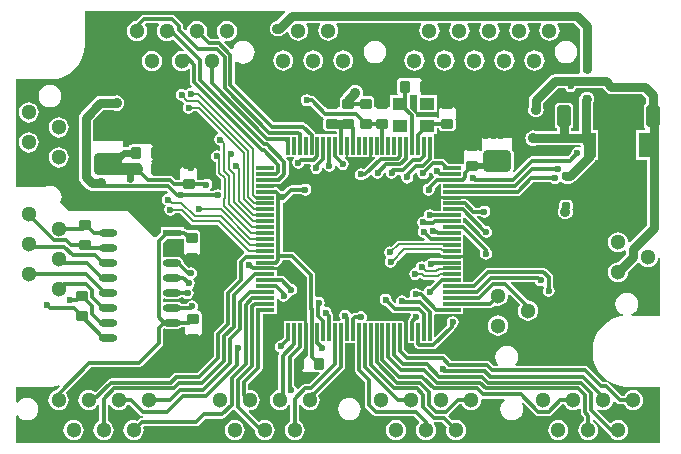
<source format=gbl>
G04*
G04 #@! TF.GenerationSoftware,Altium Limited,Altium Designer,18.1.7 (191)*
G04*
G04 Layer_Physical_Order=2*
G04 Layer_Color=16711680*
%FSLAX43Y43*%
%MOMM*%
G71*
G01*
G75*
%ADD14C,0.500*%
%ADD15C,0.200*%
G04:AMPARAMS|DCode=33|XSize=1mm|YSize=0.9mm|CornerRadius=0.113mm|HoleSize=0mm|Usage=FLASHONLY|Rotation=90.000|XOffset=0mm|YOffset=0mm|HoleType=Round|Shape=RoundedRectangle|*
%AMROUNDEDRECTD33*
21,1,1.000,0.675,0,0,90.0*
21,1,0.775,0.900,0,0,90.0*
1,1,0.225,0.338,0.388*
1,1,0.225,0.338,-0.388*
1,1,0.225,-0.338,-0.388*
1,1,0.225,-0.338,0.388*
%
%ADD33ROUNDEDRECTD33*%
G04:AMPARAMS|DCode=38|XSize=1mm|YSize=0.9mm|CornerRadius=0.113mm|HoleSize=0mm|Usage=FLASHONLY|Rotation=180.000|XOffset=0mm|YOffset=0mm|HoleType=Round|Shape=RoundedRectangle|*
%AMROUNDEDRECTD38*
21,1,1.000,0.675,0,0,180.0*
21,1,0.775,0.900,0,0,180.0*
1,1,0.225,-0.388,0.338*
1,1,0.225,0.388,0.338*
1,1,0.225,0.388,-0.338*
1,1,0.225,-0.388,-0.338*
%
%ADD38ROUNDEDRECTD38*%
%ADD46C,0.300*%
%ADD47C,0.800*%
%ADD48C,1.300*%
%ADD49C,0.600*%
%ADD50C,0.900*%
%ADD51R,3.250X2.150*%
%ADD52R,1.000X2.150*%
%ADD53R,1.550X0.600*%
%ADD54O,1.550X0.600*%
G04:AMPARAMS|DCode=55|XSize=2.3mm|YSize=1.8mm|CornerRadius=0.225mm|HoleSize=0mm|Usage=FLASHONLY|Rotation=0.000|XOffset=0mm|YOffset=0mm|HoleType=Round|Shape=RoundedRectangle|*
%AMROUNDEDRECTD55*
21,1,2.300,1.350,0,0,0.0*
21,1,1.850,1.800,0,0,0.0*
1,1,0.450,0.925,-0.675*
1,1,0.450,-0.925,-0.675*
1,1,0.450,-0.925,0.675*
1,1,0.450,0.925,0.675*
%
%ADD55ROUNDEDRECTD55*%
%ADD56R,1.300X1.050*%
%ADD57R,0.300X1.500*%
%ADD58R,1.500X0.300*%
G04:AMPARAMS|DCode=59|XSize=0.6mm|YSize=0.7mm|CornerRadius=0.075mm|HoleSize=0mm|Usage=FLASHONLY|Rotation=90.000|XOffset=0mm|YOffset=0mm|HoleType=Round|Shape=RoundedRectangle|*
%AMROUNDEDRECTD59*
21,1,0.600,0.550,0,0,90.0*
21,1,0.450,0.700,0,0,90.0*
1,1,0.150,0.275,0.225*
1,1,0.150,0.275,-0.225*
1,1,0.150,-0.275,-0.225*
1,1,0.150,-0.275,0.225*
%
%ADD59ROUNDEDRECTD59*%
G04:AMPARAMS|DCode=60|XSize=1.8mm|YSize=1.15mm|CornerRadius=0.144mm|HoleSize=0mm|Usage=FLASHONLY|Rotation=270.000|XOffset=0mm|YOffset=0mm|HoleType=Round|Shape=RoundedRectangle|*
%AMROUNDEDRECTD60*
21,1,1.800,0.863,0,0,270.0*
21,1,1.513,1.150,0,0,270.0*
1,1,0.288,-0.431,-0.756*
1,1,0.288,-0.431,0.756*
1,1,0.288,0.431,0.756*
1,1,0.288,0.431,-0.756*
%
%ADD60ROUNDEDRECTD60*%
%ADD61C,0.600*%
%ADD62C,1.000*%
G36*
X22947Y36796D02*
X22996Y36679D01*
X22265Y35948D01*
X22155Y35933D01*
X21997Y35868D01*
X21861Y35764D01*
X21757Y35628D01*
X21692Y35470D01*
X21669Y35300D01*
X21692Y35130D01*
X21757Y34972D01*
X21861Y34836D01*
X21997Y34732D01*
X22155Y34667D01*
X22325Y34644D01*
X22495Y34667D01*
X22606Y34713D01*
X22716Y34735D01*
X22915Y34867D01*
X23114Y35067D01*
X23248Y35021D01*
X23262Y34918D01*
X23348Y34711D01*
X23484Y34534D01*
X23661Y34398D01*
X23868Y34312D01*
X24090Y34283D01*
X24312Y34312D01*
X24519Y34398D01*
X24696Y34534D01*
X24832Y34711D01*
X24918Y34918D01*
X24947Y35140D01*
X24918Y35362D01*
X24832Y35569D01*
X24769Y35651D01*
X24832Y35778D01*
X25888D01*
X25951Y35651D01*
X25888Y35569D01*
X25802Y35362D01*
X25773Y35140D01*
X25802Y34918D01*
X25888Y34711D01*
X26024Y34534D01*
X26201Y34398D01*
X26408Y34312D01*
X26630Y34283D01*
X26852Y34312D01*
X27059Y34398D01*
X27236Y34534D01*
X27372Y34711D01*
X27458Y34918D01*
X27487Y35140D01*
X27458Y35362D01*
X27372Y35569D01*
X27309Y35651D01*
X27372Y35778D01*
X34448D01*
X34511Y35651D01*
X34448Y35569D01*
X34362Y35362D01*
X34333Y35140D01*
X34362Y34918D01*
X34448Y34711D01*
X34584Y34534D01*
X34761Y34398D01*
X34968Y34312D01*
X35190Y34283D01*
X35412Y34312D01*
X35619Y34398D01*
X35796Y34534D01*
X35932Y34711D01*
X36018Y34918D01*
X36047Y35140D01*
X36018Y35362D01*
X35932Y35569D01*
X35869Y35651D01*
X35932Y35778D01*
X36988D01*
X37051Y35651D01*
X36988Y35569D01*
X36902Y35362D01*
X36873Y35140D01*
X36902Y34918D01*
X36988Y34711D01*
X37124Y34534D01*
X37301Y34398D01*
X37508Y34312D01*
X37730Y34283D01*
X37952Y34312D01*
X38159Y34398D01*
X38336Y34534D01*
X38472Y34711D01*
X38558Y34918D01*
X38587Y35140D01*
X38558Y35362D01*
X38472Y35569D01*
X38409Y35651D01*
X38472Y35778D01*
X39528D01*
X39591Y35651D01*
X39528Y35569D01*
X39442Y35362D01*
X39413Y35140D01*
X39442Y34918D01*
X39528Y34711D01*
X39664Y34534D01*
X39841Y34398D01*
X40048Y34312D01*
X40270Y34283D01*
X40492Y34312D01*
X40699Y34398D01*
X40876Y34534D01*
X41012Y34711D01*
X41098Y34918D01*
X41127Y35140D01*
X41098Y35362D01*
X41012Y35569D01*
X40949Y35651D01*
X41012Y35778D01*
X42068D01*
X42131Y35651D01*
X42068Y35569D01*
X41982Y35362D01*
X41953Y35140D01*
X41982Y34918D01*
X42068Y34711D01*
X42204Y34534D01*
X42381Y34398D01*
X42588Y34312D01*
X42810Y34283D01*
X43032Y34312D01*
X43239Y34398D01*
X43416Y34534D01*
X43552Y34711D01*
X43638Y34918D01*
X43667Y35140D01*
X43638Y35362D01*
X43552Y35569D01*
X43489Y35651D01*
X43552Y35778D01*
X44608D01*
X44671Y35651D01*
X44608Y35569D01*
X44522Y35362D01*
X44493Y35140D01*
X44522Y34918D01*
X44608Y34711D01*
X44744Y34534D01*
X44921Y34398D01*
X45128Y34312D01*
X45350Y34283D01*
X45572Y34312D01*
X45779Y34398D01*
X45956Y34534D01*
X46092Y34711D01*
X46178Y34918D01*
X46207Y35140D01*
X46178Y35362D01*
X46092Y35569D01*
X46029Y35651D01*
X46092Y35778D01*
X47408D01*
X47912Y35274D01*
Y31850D01*
X47958Y31616D01*
X47975Y31591D01*
X47975Y31589D01*
X47885Y31462D01*
X45807D01*
X45573Y31415D01*
X45375Y31283D01*
X43767Y29675D01*
X43635Y29477D01*
X43588Y29243D01*
Y28669D01*
X43567Y28617D01*
X43544Y28447D01*
X43567Y28277D01*
X43632Y28119D01*
X43736Y27984D01*
X43872Y27879D01*
X44030Y27814D01*
X44200Y27792D01*
X44370Y27814D01*
X44528Y27879D01*
X44664Y27984D01*
X44768Y28119D01*
X44833Y28277D01*
X44856Y28447D01*
X44833Y28617D01*
X44812Y28669D01*
Y28989D01*
X46061Y30238D01*
X46690D01*
X46790Y30090D01*
X46955Y29979D01*
X47150Y29940D01*
X47345Y29979D01*
X47510Y30090D01*
X47610Y30238D01*
X49872D01*
X50167Y29942D01*
X50366Y29810D01*
X50600Y29763D01*
X53171D01*
X53488Y29446D01*
Y28949D01*
X53421Y28904D01*
X53345Y28790D01*
X53318Y28656D01*
Y27144D01*
X53345Y27010D01*
X53421Y26896D01*
X53425Y26893D01*
X53458Y26721D01*
X53444Y26700D01*
X52700D01*
Y24150D01*
X53588D01*
Y18653D01*
X52140Y17205D01*
X52127Y17206D01*
X52011Y17256D01*
X51988Y17432D01*
X51902Y17639D01*
X51766Y17816D01*
X51589Y17952D01*
X51382Y18038D01*
X51160Y18067D01*
X50938Y18038D01*
X50731Y17952D01*
X50554Y17816D01*
X50418Y17639D01*
X50332Y17432D01*
X50303Y17210D01*
X50332Y16988D01*
X50418Y16781D01*
X50554Y16604D01*
X50731Y16468D01*
X50938Y16382D01*
X51160Y16353D01*
X51382Y16382D01*
X51589Y16468D01*
X51711Y16562D01*
X51838Y16499D01*
Y16213D01*
X51151Y15526D01*
X50938Y15498D01*
X50731Y15412D01*
X50554Y15276D01*
X50418Y15099D01*
X50332Y14892D01*
X50303Y14670D01*
X50332Y14448D01*
X50418Y14241D01*
X50554Y14064D01*
X50731Y13928D01*
X50938Y13842D01*
X51160Y13813D01*
X51382Y13842D01*
X51589Y13928D01*
X51766Y14064D01*
X51902Y14241D01*
X51988Y14448D01*
X52016Y14661D01*
X52834Y15479D01*
X52860Y15486D01*
X52977Y15474D01*
X52993Y15465D01*
X53094Y15334D01*
X53271Y15198D01*
X53478Y15112D01*
X53700Y15083D01*
X53922Y15112D01*
X54129Y15198D01*
X54306Y15334D01*
X54442Y15511D01*
X54528Y15718D01*
X54552Y15901D01*
X54679Y15892D01*
Y11000D01*
X52300Y11000D01*
X52275Y11127D01*
X52379Y11170D01*
X52578Y11322D01*
X52730Y11521D01*
X52826Y11752D01*
X52858Y12000D01*
X52826Y12248D01*
X52730Y12479D01*
X52578Y12678D01*
X52379Y12830D01*
X52148Y12926D01*
X51900Y12958D01*
X51652Y12926D01*
X51421Y12830D01*
X51222Y12678D01*
X51070Y12479D01*
X50974Y12248D01*
X50942Y12000D01*
X50974Y11752D01*
X51070Y11521D01*
X51222Y11322D01*
X51421Y11170D01*
X51590Y11100D01*
X51573Y10970D01*
X51413Y10949D01*
X51034Y10847D01*
X50670Y10696D01*
X50330Y10500D01*
X50018Y10260D01*
X49740Y9982D01*
X49500Y9670D01*
X49304Y9330D01*
X49153Y8966D01*
X49051Y8587D01*
X49000Y8197D01*
X49000Y8000D01*
X49000Y7803D01*
X49051Y7413D01*
X49153Y7034D01*
X49304Y6670D01*
X49500Y6330D01*
X49740Y6018D01*
X50018Y5740D01*
X50330Y5500D01*
X50670Y5304D01*
X51034Y5153D01*
X51413Y5051D01*
X51803Y5000D01*
X52000D01*
X54679Y5000D01*
Y204D01*
X204D01*
Y2525D01*
X331Y2568D01*
X442Y2422D01*
X641Y2270D01*
X872Y2174D01*
X1120Y2142D01*
X1368Y2174D01*
X1599Y2270D01*
X1798Y2422D01*
X1950Y2621D01*
X2046Y2852D01*
X2078Y3100D01*
X2046Y3348D01*
X1950Y3579D01*
X1798Y3778D01*
X1599Y3930D01*
X1368Y4026D01*
X1120Y4058D01*
X872Y4026D01*
X641Y3930D01*
X442Y3778D01*
X331Y3632D01*
X204Y3675D01*
Y5000D01*
X3197D01*
X3587Y5051D01*
X3867Y5127D01*
X3933Y5013D01*
X3592Y4671D01*
X3568Y4668D01*
X3361Y4582D01*
X3184Y4446D01*
X3048Y4269D01*
X2962Y4062D01*
X2933Y3840D01*
X2962Y3618D01*
X3048Y3411D01*
X3184Y3234D01*
X3361Y3098D01*
X3568Y3012D01*
X3790Y2983D01*
X4012Y3012D01*
X4219Y3098D01*
X4396Y3234D01*
X4532Y3411D01*
X4618Y3618D01*
X4647Y3840D01*
X4618Y4062D01*
X4532Y4269D01*
X4396Y4446D01*
X4395Y4465D01*
X6548Y6618D01*
X10575D01*
X10712Y6645D01*
X10827Y6723D01*
X12527Y8423D01*
X12605Y8538D01*
X12632Y8675D01*
Y9801D01*
X12755Y9924D01*
X12925Y9890D01*
X13875D01*
X14070Y9929D01*
X14235Y10040D01*
X14238Y10043D01*
X14500D01*
Y9500D01*
X14700Y9300D01*
X15700D01*
X15900Y9500D01*
Y10300D01*
X15886Y10314D01*
X15906Y10413D01*
Y11087D01*
X15882Y11209D01*
X15813Y11313D01*
X15709Y11382D01*
X15599Y11404D01*
X15574Y11438D01*
X15533Y11533D01*
X15571Y11590D01*
X15610Y11785D01*
X15571Y11980D01*
X15460Y12145D01*
X15295Y12256D01*
X15100Y12295D01*
X14905Y12256D01*
X14740Y12145D01*
X14660Y12027D01*
X14238D01*
X14235Y12030D01*
X14070Y12141D01*
X13875Y12180D01*
X12925D01*
X12737Y12142D01*
X12715Y12142D01*
X12610Y12207D01*
Y12403D01*
X12715Y12468D01*
X12737Y12468D01*
X12925Y12430D01*
X13875D01*
X14070Y12469D01*
X14191Y12550D01*
X14350D01*
X14352Y12546D01*
X14517Y12436D01*
X14712Y12397D01*
X14908Y12436D01*
X15073Y12546D01*
X15183Y12712D01*
X15222Y12907D01*
X15183Y13102D01*
X15120Y13197D01*
X15140Y13364D01*
X15160Y13377D01*
X15271Y13543D01*
X15310Y13738D01*
X15271Y13933D01*
X15222Y14006D01*
X15196Y14125D01*
X15254Y14169D01*
X15360Y14239D01*
X15471Y14405D01*
X15510Y14600D01*
X15471Y14795D01*
X15360Y14960D01*
X15195Y15071D01*
X15000Y15110D01*
X14805Y15071D01*
X14804Y15071D01*
X14382Y15492D01*
X14346Y15675D01*
X14235Y15840D01*
X14070Y15951D01*
X13875Y15990D01*
X12925D01*
X12737Y15952D01*
X12715Y15952D01*
X12610Y16017D01*
Y17156D01*
X12974Y17520D01*
X14375D01*
X14394Y17401D01*
Y17243D01*
X14414Y17144D01*
X14400Y17130D01*
Y16330D01*
X14600Y16130D01*
X15600D01*
X15800Y16330D01*
Y17130D01*
X15786Y17144D01*
X15806Y17243D01*
Y17917D01*
X15782Y18039D01*
X15713Y18143D01*
X15609Y18212D01*
X15488Y18236D01*
X14738D01*
X14702Y18272D01*
X14586Y18350D01*
X14449Y18377D01*
X14375D01*
Y18520D01*
X12425D01*
Y17980D01*
X12074Y17629D01*
X11906Y17632D01*
X11905Y17633D01*
X9679Y19858D01*
X4679Y19858D01*
X3944Y20594D01*
X4026Y20792D01*
X4058Y21040D01*
X4026Y21288D01*
X3930Y21519D01*
X3778Y21718D01*
X3579Y21870D01*
X3348Y21966D01*
X3100Y21998D01*
X2852Y21966D01*
X2621Y21870D01*
X2606Y21858D01*
X204Y21858D01*
Y31000D01*
X3000D01*
X3000Y31000D01*
X3000Y31000D01*
X3197Y31000D01*
X3587Y31051D01*
X3966Y31153D01*
X4330Y31304D01*
X4670Y31500D01*
X4982Y31740D01*
X5260Y32018D01*
X5500Y32330D01*
X5696Y32670D01*
X5847Y33034D01*
X5949Y33413D01*
X6000Y33803D01*
Y34000D01*
X6000Y36796D01*
X22947Y36796D01*
D02*
G37*
%LPC*%
G36*
X13374Y36457D02*
X11020D01*
X10883Y36430D01*
X10768Y36352D01*
X10365Y35950D01*
X10198Y35928D01*
X9991Y35842D01*
X9814Y35706D01*
X9678Y35529D01*
X9592Y35322D01*
X9563Y35100D01*
X9592Y34878D01*
X9678Y34671D01*
X9814Y34494D01*
X9991Y34358D01*
X10198Y34272D01*
X10420Y34243D01*
X10642Y34272D01*
X10849Y34358D01*
X11026Y34494D01*
X11162Y34671D01*
X11248Y34878D01*
X11277Y35100D01*
X11248Y35322D01*
X11162Y35529D01*
X11072Y35647D01*
X11168Y35743D01*
X12222D01*
X12285Y35616D01*
X12218Y35529D01*
X12132Y35322D01*
X12103Y35100D01*
X12132Y34878D01*
X12218Y34671D01*
X12354Y34494D01*
X12531Y34358D01*
X12738Y34272D01*
X12960Y34243D01*
X13182Y34272D01*
X13389Y34358D01*
X13480Y34428D01*
X14383Y33525D01*
X14324Y33405D01*
X14230Y33417D01*
X14008Y33388D01*
X13801Y33302D01*
X13624Y33166D01*
X13488Y32989D01*
X13402Y32782D01*
X13373Y32560D01*
X13402Y32338D01*
X13488Y32131D01*
X13624Y31954D01*
X13801Y31818D01*
X14008Y31732D01*
X14230Y31703D01*
X14452Y31732D01*
X14659Y31818D01*
X14786Y31915D01*
X14913Y31853D01*
Y30746D01*
X14940Y30610D01*
X15018Y30494D01*
X15088Y30423D01*
X15026Y30306D01*
X15001Y30311D01*
X14806Y30272D01*
X14640Y30162D01*
X14573Y30062D01*
X14561D01*
X14396Y30172D01*
X14201Y30211D01*
X14006Y30172D01*
X13840Y30062D01*
X13730Y29897D01*
X13691Y29701D01*
X13730Y29506D01*
X13840Y29341D01*
X14006Y29230D01*
X14201Y29192D01*
X14265Y29204D01*
X14443Y29026D01*
X14437Y28960D01*
X14326Y28795D01*
X14287Y28600D01*
X14326Y28405D01*
X14437Y28239D01*
X14602Y28129D01*
X14797Y28090D01*
X14992Y28129D01*
X15158Y28239D01*
X15194Y28294D01*
X15522D01*
X17322Y26494D01*
X17281Y26355D01*
X17140Y26260D01*
X17029Y26095D01*
X16990Y25900D01*
X17029Y25705D01*
X17140Y25540D01*
X17305Y25429D01*
X17494Y25391D01*
Y25046D01*
X17367Y24976D01*
X17200Y25010D01*
X17005Y24971D01*
X16839Y24860D01*
X16729Y24695D01*
X16690Y24500D01*
X16729Y24305D01*
X16839Y24139D01*
X17005Y24029D01*
X17094Y24011D01*
Y23120D01*
X17094Y23120D01*
X17117Y23003D01*
X17184Y22904D01*
X17544Y22543D01*
Y21746D01*
X17417Y21677D01*
X17250Y21710D01*
X17055Y21671D01*
X16890Y21560D01*
X16887Y21557D01*
X16616D01*
X16577Y21684D01*
X16660Y21740D01*
X16771Y21905D01*
X16810Y22100D01*
X16771Y22295D01*
X16660Y22460D01*
X16495Y22571D01*
X16300Y22610D01*
X16105Y22571D01*
X16009Y22507D01*
X15586D01*
X15500Y22600D01*
Y23400D01*
X15300Y23600D01*
X14300D01*
X14100Y23400D01*
Y22600D01*
X14014Y22507D01*
X13698D01*
X13452Y22752D01*
X13337Y22830D01*
X13200Y22857D01*
X11818D01*
X11800Y22900D01*
Y23900D01*
X11600Y24100D01*
X11800Y24300D01*
Y25300D01*
X11600Y25500D01*
X10800D01*
X10786Y25486D01*
X10688Y25506D01*
X10012D01*
X9891Y25482D01*
X9787Y25413D01*
X9718Y25310D01*
X9295D01*
X9270Y25330D01*
Y25808D01*
X6730D01*
X6712Y25927D01*
Y27513D01*
X7587Y28388D01*
X8478D01*
X8530Y28367D01*
X8700Y28344D01*
X8870Y28367D01*
X9028Y28432D01*
X9164Y28536D01*
X9268Y28672D01*
X9333Y28830D01*
X9356Y29000D01*
X9333Y29170D01*
X9268Y29328D01*
X9164Y29464D01*
X9028Y29568D01*
X8870Y29633D01*
X8700Y29656D01*
X8530Y29633D01*
X8478Y29612D01*
X7333D01*
X7099Y29565D01*
X6901Y29433D01*
X5667Y28199D01*
X5535Y28001D01*
X5488Y27767D01*
Y22700D01*
X5535Y22466D01*
X5667Y22267D01*
X6167Y21767D01*
X6366Y21635D01*
X6600Y21588D01*
X7178D01*
X7230Y21567D01*
X7400Y21544D01*
X7570Y21567D01*
X7639Y21595D01*
X7650Y21593D01*
X12891D01*
X13037Y21447D01*
X12991Y21313D01*
X12855Y21286D01*
X12690Y21175D01*
X12579Y21010D01*
X12540Y20815D01*
X12579Y20620D01*
X12690Y20454D01*
X12785Y20391D01*
X12855Y20344D01*
X12818Y20228D01*
X12780Y20171D01*
X12741Y19976D01*
X12780Y19781D01*
X12890Y19615D01*
X13056Y19505D01*
X13251Y19466D01*
X13446Y19505D01*
X13611Y19615D01*
X13648Y19670D01*
X14073D01*
X14959Y18784D01*
X14959Y18784D01*
X15059Y18717D01*
X15176Y18694D01*
X17268D01*
X19520Y16442D01*
X19495Y16287D01*
X19443Y16252D01*
X19017Y15826D01*
X18939Y15711D01*
X18912Y15574D01*
Y14209D01*
X17876Y13173D01*
X17798Y13057D01*
X17771Y12920D01*
Y10415D01*
X17066Y9710D01*
X16989Y9594D01*
X16962Y9458D01*
Y7556D01*
X15538Y6132D01*
X13758D01*
X13621Y6105D01*
X13506Y6027D01*
X13175Y5697D01*
X8240D01*
X8103Y5670D01*
X7988Y5592D01*
X6883Y4487D01*
X6759Y4582D01*
X6552Y4668D01*
X6330Y4697D01*
X6108Y4668D01*
X5901Y4582D01*
X5724Y4446D01*
X5588Y4269D01*
X5502Y4062D01*
X5473Y3840D01*
X5502Y3618D01*
X5588Y3411D01*
X5724Y3234D01*
X5901Y3098D01*
X6108Y3012D01*
X6330Y2983D01*
X6552Y3012D01*
X6759Y3098D01*
X6936Y3234D01*
X7072Y3411D01*
X7116Y3517D01*
X7243Y3491D01*
Y2072D01*
X7171Y2042D01*
X6994Y1906D01*
X6858Y1729D01*
X6772Y1522D01*
X6743Y1300D01*
X6772Y1078D01*
X6858Y871D01*
X6994Y694D01*
X7171Y558D01*
X7378Y472D01*
X7600Y443D01*
X7822Y472D01*
X8029Y558D01*
X8206Y694D01*
X8342Y871D01*
X8428Y1078D01*
X8457Y1300D01*
X8428Y1522D01*
X8342Y1729D01*
X8206Y1906D01*
X8029Y2042D01*
X7957Y2072D01*
Y3491D01*
X8084Y3517D01*
X8128Y3411D01*
X8264Y3234D01*
X8441Y3098D01*
X8648Y3012D01*
X8870Y2983D01*
X9092Y3012D01*
X9299Y3098D01*
X9476Y3234D01*
X9612Y3411D01*
X9642Y3483D01*
X9792D01*
X10688Y2588D01*
X10803Y2510D01*
X10940Y2483D01*
X10938Y2357D01*
X10840D01*
X10703Y2330D01*
X10588Y2252D01*
X10434Y2098D01*
X10362Y2128D01*
X10140Y2157D01*
X9918Y2128D01*
X9711Y2042D01*
X9534Y1906D01*
X9398Y1729D01*
X9312Y1522D01*
X9283Y1300D01*
X9312Y1078D01*
X9398Y871D01*
X9534Y694D01*
X9711Y558D01*
X9918Y472D01*
X10140Y443D01*
X10362Y472D01*
X10569Y558D01*
X10746Y694D01*
X10882Y871D01*
X10968Y1078D01*
X10997Y1300D01*
X10968Y1522D01*
X10967Y1525D01*
X11055Y1643D01*
X15446D01*
X15582Y1670D01*
X15698Y1748D01*
X16238Y2288D01*
X17649D01*
X17785Y2315D01*
X17901Y2392D01*
X18576Y3067D01*
X18692Y3055D01*
X18718Y3030D01*
X20390Y1358D01*
X20383Y1300D01*
X20412Y1078D01*
X20498Y871D01*
X20634Y694D01*
X20811Y558D01*
X21018Y472D01*
X21240Y443D01*
X21462Y472D01*
X21669Y558D01*
X21846Y694D01*
X21982Y871D01*
X22068Y1078D01*
X22097Y1300D01*
X22068Y1522D01*
X21982Y1729D01*
X21846Y1906D01*
X21669Y2042D01*
X21462Y2128D01*
X21240Y2157D01*
X21018Y2128D01*
X20811Y2042D01*
X20757Y2001D01*
X19893Y2865D01*
X19952Y2985D01*
X19970Y2983D01*
X20192Y3012D01*
X20399Y3098D01*
X20576Y3234D01*
X20712Y3411D01*
X20798Y3618D01*
X20827Y3840D01*
X20798Y4062D01*
X20712Y4269D01*
X20576Y4446D01*
X20399Y4582D01*
X20192Y4668D01*
X19970Y4697D01*
X19952Y4695D01*
X19857Y4779D01*
Y5197D01*
X20952Y6293D01*
X21030Y6408D01*
X21057Y6545D01*
Y11150D01*
X22260D01*
Y12391D01*
X22280Y12405D01*
X22453Y12372D01*
X22491Y12315D01*
X22656Y12205D01*
X22851Y12166D01*
X23046Y12205D01*
X23212Y12315D01*
X23322Y12481D01*
X23347Y12605D01*
X23476Y12697D01*
X23485Y12695D01*
X23680Y12734D01*
X23846Y12844D01*
X23956Y13010D01*
X23995Y13205D01*
X23956Y13400D01*
X23846Y13565D01*
X23680Y13676D01*
X23485Y13715D01*
X23481Y13714D01*
X22942Y14252D01*
X22827Y14330D01*
X22690Y14357D01*
X22260D01*
Y14875D01*
X21310D01*
Y15125D01*
X22260D01*
Y15154D01*
X22342Y15170D01*
X22457Y15248D01*
X22662Y15453D01*
X22740Y15568D01*
X22764Y15693D01*
X23404D01*
X24818Y14279D01*
Y11606D01*
X24845Y11469D01*
X24853Y11457D01*
Y10550D01*
X24835D01*
Y9600D01*
Y8650D01*
X24853D01*
Y7600D01*
X24600D01*
X24400Y7400D01*
Y6400D01*
X24600Y6200D01*
X25400D01*
X25414Y6214D01*
X25513Y6194D01*
X25852D01*
X25901Y6077D01*
X25021Y5197D01*
X24636D01*
X24499Y5170D01*
X24383Y5092D01*
X24082Y4791D01*
X23960Y4828D01*
X23952Y4870D01*
X23841Y5035D01*
X23707Y5125D01*
Y7350D01*
X24462Y8106D01*
X24540Y8221D01*
X24567Y8358D01*
Y8650D01*
X24585D01*
Y9600D01*
Y10550D01*
X22860D01*
Y9634D01*
X22853Y9600D01*
Y9132D01*
X22630Y8909D01*
X22626Y8910D01*
X22431Y8871D01*
X22266Y8761D01*
X22155Y8595D01*
X22116Y8400D01*
X22155Y8205D01*
X22266Y8040D01*
X22407Y7945D01*
X22433Y7921D01*
X22456Y7795D01*
X22420Y7742D01*
X22393Y7605D01*
Y4682D01*
X22288Y4668D01*
X22081Y4582D01*
X21904Y4446D01*
X21768Y4269D01*
X21682Y4062D01*
X21653Y3840D01*
X21682Y3618D01*
X21768Y3411D01*
X21904Y3234D01*
X22081Y3098D01*
X22288Y3012D01*
X22510Y2983D01*
X22732Y3012D01*
X22939Y3098D01*
X23116Y3234D01*
X23252Y3411D01*
X23296Y3517D01*
X23423Y3491D01*
Y2072D01*
X23351Y2042D01*
X23174Y1906D01*
X23038Y1729D01*
X22952Y1522D01*
X22923Y1300D01*
X22952Y1078D01*
X23038Y871D01*
X23174Y694D01*
X23351Y558D01*
X23558Y472D01*
X23780Y443D01*
X24002Y472D01*
X24209Y558D01*
X24386Y694D01*
X24522Y871D01*
X24608Y1078D01*
X24637Y1300D01*
X24608Y1522D01*
X24522Y1729D01*
X24386Y1906D01*
X24209Y2042D01*
X24137Y2072D01*
Y3491D01*
X24264Y3517D01*
X24308Y3411D01*
X24444Y3234D01*
X24621Y3098D01*
X24828Y3012D01*
X25050Y2983D01*
X25272Y3012D01*
X25479Y3098D01*
X25656Y3234D01*
X25792Y3411D01*
X25878Y3618D01*
X25907Y3840D01*
X25878Y4062D01*
X25797Y4257D01*
X27962Y6421D01*
X28040Y6537D01*
X28067Y6674D01*
Y8650D01*
X28853D01*
Y6425D01*
X28880Y6288D01*
X28958Y6173D01*
X29733Y5397D01*
Y3426D01*
X29760Y3289D01*
X29838Y3173D01*
X30423Y2588D01*
X30539Y2510D01*
X30676Y2483D01*
X33917D01*
X34339Y2061D01*
X34331Y1935D01*
X34294Y1906D01*
X34158Y1729D01*
X34072Y1522D01*
X34043Y1300D01*
X34072Y1078D01*
X34158Y871D01*
X34294Y694D01*
X34471Y558D01*
X34678Y472D01*
X34900Y443D01*
X35122Y472D01*
X35329Y558D01*
X35506Y694D01*
X35642Y871D01*
X35728Y1078D01*
X35757Y1300D01*
X35728Y1522D01*
X35642Y1729D01*
X35543Y1859D01*
X35607Y1983D01*
X36252D01*
X36642Y1594D01*
X36612Y1522D01*
X36583Y1300D01*
X36612Y1078D01*
X36698Y871D01*
X36834Y694D01*
X37011Y558D01*
X37218Y472D01*
X37440Y443D01*
X37662Y472D01*
X37869Y558D01*
X38046Y694D01*
X38182Y871D01*
X38268Y1078D01*
X38297Y1300D01*
X38268Y1522D01*
X38182Y1729D01*
X38046Y1906D01*
X37869Y2042D01*
X37662Y2128D01*
X37440Y2157D01*
X37218Y2128D01*
X37146Y2098D01*
X36800Y2445D01*
X36811Y2562D01*
X36837Y2588D01*
X37732Y3483D01*
X37938D01*
X37968Y3411D01*
X38104Y3234D01*
X38281Y3098D01*
X38488Y3012D01*
X38710Y2983D01*
X38932Y3012D01*
X39139Y3098D01*
X39316Y3234D01*
X39452Y3411D01*
X39538Y3618D01*
X39567Y3840D01*
X39563Y3875D01*
X39677Y3982D01*
X39707Y3976D01*
X41533D01*
X41576Y3849D01*
X41482Y3778D01*
X41330Y3579D01*
X41234Y3348D01*
X41202Y3100D01*
X41234Y2852D01*
X41330Y2621D01*
X41482Y2422D01*
X41681Y2270D01*
X41912Y2174D01*
X42160Y2142D01*
X42408Y2174D01*
X42639Y2270D01*
X42838Y2422D01*
X42990Y2621D01*
X43086Y2852D01*
X43118Y3100D01*
X43086Y3348D01*
X42990Y3579D01*
X42981Y3590D01*
X43077Y3674D01*
X44163Y2588D01*
X44279Y2510D01*
X44416Y2483D01*
X45285D01*
X45422Y2510D01*
X45537Y2588D01*
X46433Y3483D01*
X46598D01*
X46628Y3411D01*
X46764Y3234D01*
X46941Y3098D01*
X47148Y3012D01*
X47370Y2983D01*
X47592Y3012D01*
X47799Y3098D01*
X47886Y3165D01*
X48013Y3102D01*
Y2805D01*
X48040Y2669D01*
X48118Y2553D01*
X48283Y2388D01*
Y2072D01*
X48211Y2042D01*
X48034Y1906D01*
X47898Y1729D01*
X47812Y1522D01*
X47783Y1300D01*
X47812Y1078D01*
X47898Y871D01*
X48034Y694D01*
X48211Y558D01*
X48418Y472D01*
X48640Y443D01*
X48862Y472D01*
X49069Y558D01*
X49246Y694D01*
X49382Y871D01*
X49468Y1078D01*
X49497Y1300D01*
X49468Y1522D01*
X49382Y1729D01*
X49246Y1906D01*
X49069Y2042D01*
X48997Y2072D01*
Y2215D01*
X49114Y2264D01*
X50330Y1048D01*
X50378Y1016D01*
X50438Y871D01*
X50574Y694D01*
X50751Y558D01*
X50958Y472D01*
X51180Y443D01*
X51402Y472D01*
X51609Y558D01*
X51786Y694D01*
X51922Y871D01*
X52008Y1078D01*
X52037Y1300D01*
X52008Y1522D01*
X51922Y1729D01*
X51786Y1906D01*
X51609Y2042D01*
X51402Y2128D01*
X51180Y2157D01*
X50958Y2128D01*
X50751Y2042D01*
X50574Y1906D01*
X50487Y1901D01*
X49345Y3042D01*
X49429Y3137D01*
X49481Y3098D01*
X49688Y3012D01*
X49910Y2983D01*
X50132Y3012D01*
X50339Y3098D01*
X50516Y3234D01*
X50652Y3411D01*
X50738Y3618D01*
X50753Y3727D01*
X50887Y3773D01*
X51072Y3588D01*
X51188Y3510D01*
X51324Y3483D01*
X51678D01*
X51708Y3411D01*
X51844Y3234D01*
X52021Y3098D01*
X52228Y3012D01*
X52450Y2983D01*
X52672Y3012D01*
X52879Y3098D01*
X53056Y3234D01*
X53192Y3411D01*
X53278Y3618D01*
X53307Y3840D01*
X53278Y4062D01*
X53192Y4269D01*
X53056Y4446D01*
X52879Y4582D01*
X52672Y4668D01*
X52450Y4697D01*
X52228Y4668D01*
X52021Y4582D01*
X51844Y4446D01*
X51708Y4269D01*
X51678Y4197D01*
X51472D01*
X50352Y5317D01*
X50236Y5394D01*
X50100Y5421D01*
X49829D01*
X48608Y6642D01*
X48492Y6720D01*
X48356Y6747D01*
X42527D01*
X42465Y6874D01*
X42570Y7011D01*
X42666Y7242D01*
X42698Y7490D01*
X42666Y7738D01*
X42570Y7969D01*
X42418Y8168D01*
X42219Y8320D01*
X41988Y8416D01*
X41740Y8448D01*
X41492Y8416D01*
X41261Y8320D01*
X41062Y8168D01*
X40910Y7969D01*
X40814Y7738D01*
X40782Y7490D01*
X40814Y7242D01*
X40910Y7011D01*
X41015Y6874D01*
X40953Y6747D01*
X40673D01*
X40327Y7092D01*
X40211Y7170D01*
X40075Y7197D01*
X37027D01*
X36571Y7652D01*
X36456Y7730D01*
X36319Y7757D01*
X33448D01*
X33067Y8138D01*
Y8650D01*
X33085D01*
Y9600D01*
Y10550D01*
X29912D01*
X29852Y10662D01*
X29871Y10690D01*
X29910Y10885D01*
X29871Y11080D01*
X29760Y11245D01*
X29595Y11356D01*
X29400Y11395D01*
X29205Y11356D01*
X29040Y11245D01*
X29037Y11242D01*
X28885D01*
X28748Y11215D01*
X28659Y11155D01*
X28535Y11182D01*
X28518Y11202D01*
X28410Y11362D01*
X28245Y11473D01*
X28050Y11511D01*
X27855Y11473D01*
X27690Y11362D01*
X27579Y11197D01*
X27540Y11002D01*
X27579Y10806D01*
X27666Y10677D01*
X27615Y10550D01*
X27067D01*
Y10942D01*
X27040Y11078D01*
X26962Y11194D01*
X26910Y11246D01*
X26911Y11251D01*
X26872Y11446D01*
X26762Y11611D01*
X26596Y11722D01*
X26401Y11760D01*
X26345Y11749D01*
X26268Y11863D01*
X26296Y11905D01*
X26335Y12100D01*
X26296Y12295D01*
X26185Y12460D01*
X26020Y12571D01*
X25825Y12610D01*
X25659Y12577D01*
X25532Y12647D01*
Y14427D01*
X25505Y14563D01*
X25427Y14679D01*
X23804Y16302D01*
X23688Y16380D01*
X23552Y16407D01*
X22767D01*
Y20549D01*
X22862Y20567D01*
X23027Y20678D01*
X23091Y20773D01*
X23110Y20786D01*
X23643Y21319D01*
X24313D01*
X24316Y21316D01*
X24481Y21205D01*
X24676Y21166D01*
X24871Y21205D01*
X25037Y21316D01*
X25147Y21481D01*
X25186Y21676D01*
X25147Y21871D01*
X25037Y22037D01*
X24871Y22147D01*
X24676Y22186D01*
X24481Y22147D01*
X24316Y22037D01*
X24313Y22033D01*
X23495D01*
X23359Y22006D01*
X23243Y21928D01*
X22830Y21516D01*
X22667Y21548D01*
X22662Y21547D01*
X22457Y21752D01*
X22342Y21830D01*
X22260Y21846D01*
Y21875D01*
X21310D01*
Y22125D01*
X22260D01*
Y22143D01*
X22412D01*
X22549Y22170D01*
X22664Y22248D01*
X23162Y22746D01*
X23240Y22861D01*
X23267Y22998D01*
Y24002D01*
X23240Y24139D01*
X23162Y24254D01*
X23084Y24333D01*
X23133Y24450D01*
X23720D01*
X23758Y24323D01*
X23740Y24310D01*
X23629Y24145D01*
X23590Y23950D01*
X23629Y23755D01*
X23740Y23590D01*
X23905Y23479D01*
X24100Y23440D01*
X24295Y23479D01*
X24460Y23590D01*
X24571Y23755D01*
X24589Y23843D01*
X25093D01*
X25153Y23731D01*
X25129Y23695D01*
X25090Y23500D01*
X25129Y23305D01*
X25239Y23139D01*
X25405Y23029D01*
X25600Y22990D01*
X25795Y23029D01*
X25960Y23139D01*
X26071Y23305D01*
X26110Y23500D01*
X26105Y23523D01*
X26108Y23525D01*
X26151Y23522D01*
X26257Y23489D01*
X26350Y23350D01*
X26515Y23239D01*
X26710Y23200D01*
X26905Y23239D01*
X27070Y23350D01*
X27181Y23515D01*
X27217Y23697D01*
X27239Y23721D01*
X27336Y23778D01*
X27366Y23763D01*
X27389Y23645D01*
X27500Y23480D01*
X27665Y23369D01*
X27860Y23330D01*
X28055Y23369D01*
X28220Y23480D01*
X28331Y23645D01*
X28370Y23840D01*
X28331Y24035D01*
X28220Y24200D01*
X28055Y24311D01*
X27995Y24323D01*
X28007Y24450D01*
X28085D01*
Y25400D01*
X28335D01*
Y24450D01*
X30085D01*
Y25400D01*
X30335D01*
Y24450D01*
X30570D01*
X30619Y24333D01*
X29673Y23387D01*
X29595Y23439D01*
X29400Y23478D01*
X29205Y23439D01*
X29040Y23329D01*
X28929Y23163D01*
X28890Y22968D01*
X28929Y22773D01*
X29040Y22608D01*
X29205Y22497D01*
X29400Y22458D01*
X29595Y22497D01*
X29760Y22608D01*
X29764Y22612D01*
X29895Y22639D01*
X30011Y22716D01*
X30206Y22911D01*
X30345Y22871D01*
X30439Y22730D01*
X30605Y22619D01*
X30800Y22580D01*
X30995Y22619D01*
X31160Y22730D01*
X31271Y22895D01*
X31303Y23058D01*
X31372Y23103D01*
X31483Y23059D01*
X31502Y23043D01*
X31529Y22905D01*
X31639Y22739D01*
X31805Y22629D01*
X32000Y22590D01*
X32195Y22629D01*
X32360Y22739D01*
X32471Y22905D01*
X32479Y22943D01*
X32720D01*
X32813Y22816D01*
X32790Y22700D01*
X32829Y22505D01*
X32939Y22339D01*
X33105Y22229D01*
X33300Y22190D01*
X33495Y22229D01*
X33660Y22339D01*
X33771Y22505D01*
X33810Y22700D01*
X33771Y22895D01*
X33762Y22908D01*
X34061Y23206D01*
X34178Y23144D01*
X34159Y23050D01*
X34198Y22855D01*
X34309Y22690D01*
X34474Y22579D01*
X34669Y22540D01*
X34864Y22579D01*
X35030Y22690D01*
X35140Y22855D01*
X35179Y23049D01*
X35223Y23091D01*
X35267Y23133D01*
X35380Y23098D01*
X35389Y23055D01*
X35500Y22890D01*
X35552Y22854D01*
X35558Y22698D01*
X35026Y22166D01*
X34932Y22147D01*
X34766Y22037D01*
X34656Y21871D01*
X34617Y21676D01*
X34656Y21481D01*
X34766Y21316D01*
X34932Y21205D01*
X35127Y21166D01*
X35322Y21205D01*
X35487Y21316D01*
X35598Y21481D01*
X35637Y21676D01*
X35621Y21752D01*
X36013Y22143D01*
X36160D01*
Y21150D01*
Y21125D01*
X37110D01*
X38060D01*
Y21143D01*
X42650D01*
X42787Y21170D01*
X42902Y21248D01*
X43949Y22294D01*
X45464D01*
X45467Y22291D01*
X45632Y22180D01*
X45827Y22141D01*
X46022Y22180D01*
X46188Y22291D01*
X46244Y22375D01*
X46277D01*
X46368Y22314D01*
X46406Y22307D01*
X46516Y22233D01*
X46750Y22186D01*
X47055D01*
X47290Y22233D01*
X47488Y22366D01*
X49206Y24084D01*
X49250Y24150D01*
X49500D01*
Y26700D01*
X49037D01*
Y28987D01*
X49057Y29018D01*
X49072Y29091D01*
X49088Y29116D01*
X49135Y29350D01*
X49088Y29584D01*
X49072Y29609D01*
X49057Y29682D01*
X48997Y29773D01*
X48906Y29834D01*
X48867Y29842D01*
X48757Y29915D01*
X48523Y29962D01*
X48289Y29915D01*
X48179Y29842D01*
X48141Y29834D01*
X48050Y29773D01*
X47989Y29682D01*
X47988Y29678D01*
X47860Y29486D01*
X47813Y29252D01*
Y26637D01*
X47212D01*
Y26851D01*
X47279Y26896D01*
X47355Y27010D01*
X47382Y27144D01*
Y28656D01*
X47355Y28790D01*
X47279Y28904D01*
X47165Y28980D01*
X47031Y29007D01*
X46169D01*
X46035Y28980D01*
X45921Y28904D01*
X45845Y28790D01*
X45818Y28656D01*
Y27144D01*
X45845Y27010D01*
X45921Y26896D01*
X45988Y26851D01*
Y26637D01*
X44197D01*
X44145Y26658D01*
X43975Y26681D01*
X43805Y26658D01*
X43647Y26593D01*
X43511Y26489D01*
X43407Y26353D01*
X43342Y26195D01*
X43319Y26025D01*
X43342Y25855D01*
X43407Y25697D01*
X43511Y25561D01*
X43647Y25457D01*
X43805Y25392D01*
X43975Y25369D01*
X44145Y25392D01*
X44197Y25413D01*
X47962D01*
X47992Y25368D01*
X48053Y25307D01*
X47972Y25208D01*
X47917Y25245D01*
X47722Y25284D01*
X47527Y25245D01*
X47362Y25134D01*
X47251Y24969D01*
X47212Y24774D01*
X47213Y24770D01*
X46924Y24481D01*
X43857D01*
X43720Y24453D01*
X43605Y24376D01*
X42358Y23130D01*
X42260Y23211D01*
X42275Y23234D01*
X42308Y23400D01*
Y24750D01*
X42275Y24916D01*
X42265Y24933D01*
X42220Y25046D01*
X42220Y25132D01*
Y26033D01*
X39680D01*
Y25017D01*
X39635Y24933D01*
X39625Y24916D01*
X39625Y24916D01*
X39623Y24909D01*
X39493Y24907D01*
X39300Y25100D01*
X38300D01*
X38100Y24900D01*
Y24100D01*
X38114Y24086D01*
X38094Y23988D01*
Y23963D01*
X38060Y23850D01*
X37144D01*
X37110Y23857D01*
X36823D01*
X36527Y24152D01*
X36412Y24230D01*
X36275Y24257D01*
X35601D01*
X35567Y24298D01*
Y25400D01*
X35560Y25434D01*
Y26350D01*
X35677Y26375D01*
X35860D01*
Y26893D01*
X36008D01*
X36028Y26791D01*
X36097Y26687D01*
X36201Y26618D01*
X36322Y26594D01*
X37097D01*
X37219Y26618D01*
X37323Y26687D01*
X37392Y26791D01*
X37416Y26913D01*
Y27587D01*
X37396Y27686D01*
X37410Y27700D01*
Y28500D01*
X37210Y28700D01*
X36210D01*
X36010Y28500D01*
Y27803D01*
X35883Y27716D01*
X35860Y27725D01*
Y27825D01*
X34160D01*
X34067Y27907D01*
Y27950D01*
X34040Y28087D01*
X33962Y28202D01*
X33560Y28605D01*
Y29577D01*
X33560Y29675D01*
X33677Y29700D01*
X34043D01*
X34160Y29675D01*
X34160Y29573D01*
Y28225D01*
X35860D01*
Y29675D01*
X34505D01*
X34452Y29802D01*
X34550Y29900D01*
Y30900D01*
X34350Y31100D01*
X33550D01*
X33536Y31086D01*
X33438Y31106D01*
X32763D01*
X32641Y31082D01*
X32537Y31013D01*
X32468Y30909D01*
X32444Y30788D01*
Y30013D01*
X32468Y29891D01*
X32527Y29802D01*
X32510Y29738D01*
X32477Y29675D01*
X31860D01*
Y28716D01*
X31743Y28667D01*
X31710Y28700D01*
X30710D01*
X30643Y28633D01*
X30516Y28686D01*
Y29288D01*
X30492Y29409D01*
X30423Y29513D01*
X30319Y29582D01*
X30198Y29606D01*
X29603D01*
X29578Y29644D01*
X29536Y29733D01*
X29556Y29881D01*
X29533Y30050D01*
X29468Y30208D01*
X29364Y30344D01*
X29228Y30448D01*
X29070Y30514D01*
X28900Y30536D01*
X28730Y30514D01*
X28572Y30448D01*
X28436Y30344D01*
X28332Y30208D01*
X28311Y30156D01*
X27877Y29723D01*
X27769Y29561D01*
X27697Y29513D01*
X27628Y29409D01*
X27604Y29288D01*
Y28686D01*
X27477Y28633D01*
X27410Y28700D01*
X26410D01*
X26348Y28638D01*
X25482Y29504D01*
X25366Y29581D01*
X25229Y29608D01*
X25163D01*
X25160Y29612D01*
X24995Y29723D01*
X24800Y29761D01*
X24605Y29723D01*
X24440Y29612D01*
X24329Y29447D01*
X24290Y29252D01*
X24329Y29057D01*
X24440Y28891D01*
X24605Y28781D01*
X24800Y28742D01*
X24995Y28781D01*
X25115Y28861D01*
X26129Y27848D01*
X26210Y27793D01*
Y27700D01*
X26224Y27686D01*
X26204Y27587D01*
Y26913D01*
X26228Y26791D01*
X26297Y26687D01*
X26401Y26618D01*
X26522Y26594D01*
X27297D01*
X27353Y26548D01*
Y26350D01*
X25556D01*
X25540Y26432D01*
X25462Y26547D01*
X24757Y27252D01*
X24642Y27330D01*
X24505Y27357D01*
X21993D01*
X18697Y30653D01*
Y32513D01*
X18824Y32575D01*
X18961Y32470D01*
X19192Y32374D01*
X19440Y32342D01*
X19688Y32374D01*
X19919Y32470D01*
X20118Y32622D01*
X20270Y32821D01*
X20366Y33052D01*
X20398Y33300D01*
X20366Y33548D01*
X20270Y33779D01*
X20118Y33978D01*
X19919Y34130D01*
X19688Y34226D01*
X19440Y34258D01*
X19192Y34226D01*
X18961Y34130D01*
X18762Y33978D01*
X18610Y33779D01*
X18536Y33600D01*
X18397Y33559D01*
X17811Y34145D01*
X17871Y34265D01*
X18040Y34243D01*
X18262Y34272D01*
X18469Y34358D01*
X18646Y34494D01*
X18782Y34671D01*
X18868Y34878D01*
X18897Y35100D01*
X18868Y35322D01*
X18782Y35529D01*
X18646Y35706D01*
X18469Y35842D01*
X18262Y35928D01*
X18040Y35957D01*
X17818Y35928D01*
X17611Y35842D01*
X17434Y35706D01*
X17298Y35529D01*
X17212Y35322D01*
X17183Y35100D01*
X17212Y34878D01*
X17298Y34671D01*
X17397Y34541D01*
X17333Y34417D01*
X16688D01*
X16298Y34806D01*
X16328Y34878D01*
X16357Y35100D01*
X16328Y35322D01*
X16242Y35529D01*
X16106Y35706D01*
X15929Y35842D01*
X15722Y35928D01*
X15500Y35957D01*
X15278Y35928D01*
X15071Y35842D01*
X14894Y35706D01*
X14758Y35529D01*
X14672Y35322D01*
X14657Y35213D01*
X14523Y35167D01*
X14317Y35374D01*
Y35514D01*
X14290Y35651D01*
X14212Y35767D01*
X13627Y36352D01*
X13511Y36430D01*
X13374Y36457D01*
D02*
G37*
G36*
X46750Y34298D02*
X46502Y34266D01*
X46271Y34170D01*
X46072Y34018D01*
X45920Y33819D01*
X45824Y33588D01*
X45792Y33340D01*
X45824Y33092D01*
X45920Y32861D01*
X46072Y32662D01*
X46271Y32510D01*
X46502Y32414D01*
X46750Y32382D01*
X46998Y32414D01*
X47229Y32510D01*
X47428Y32662D01*
X47580Y32861D01*
X47676Y33092D01*
X47708Y33340D01*
X47676Y33588D01*
X47580Y33819D01*
X47428Y34018D01*
X47229Y34170D01*
X46998Y34266D01*
X46750Y34298D01*
D02*
G37*
G36*
X30570D02*
X30322Y34266D01*
X30091Y34170D01*
X29892Y34018D01*
X29740Y33819D01*
X29644Y33588D01*
X29612Y33340D01*
X29644Y33092D01*
X29740Y32861D01*
X29892Y32662D01*
X30091Y32510D01*
X30322Y32414D01*
X30570Y32382D01*
X30818Y32414D01*
X31049Y32510D01*
X31248Y32662D01*
X31400Y32861D01*
X31496Y33092D01*
X31528Y33340D01*
X31496Y33588D01*
X31400Y33819D01*
X31248Y34018D01*
X31049Y34170D01*
X30818Y34266D01*
X30570Y34298D01*
D02*
G37*
G36*
X44080Y33457D02*
X43858Y33428D01*
X43651Y33342D01*
X43474Y33206D01*
X43338Y33029D01*
X43252Y32822D01*
X43223Y32600D01*
X43252Y32378D01*
X43338Y32171D01*
X43474Y31994D01*
X43651Y31858D01*
X43858Y31772D01*
X44080Y31743D01*
X44302Y31772D01*
X44509Y31858D01*
X44686Y31994D01*
X44822Y32171D01*
X44908Y32378D01*
X44937Y32600D01*
X44908Y32822D01*
X44822Y33029D01*
X44686Y33206D01*
X44509Y33342D01*
X44302Y33428D01*
X44080Y33457D01*
D02*
G37*
G36*
X41540D02*
X41318Y33428D01*
X41111Y33342D01*
X40934Y33206D01*
X40798Y33029D01*
X40712Y32822D01*
X40683Y32600D01*
X40712Y32378D01*
X40798Y32171D01*
X40934Y31994D01*
X41111Y31858D01*
X41318Y31772D01*
X41540Y31743D01*
X41762Y31772D01*
X41969Y31858D01*
X42146Y31994D01*
X42282Y32171D01*
X42368Y32378D01*
X42397Y32600D01*
X42368Y32822D01*
X42282Y33029D01*
X42146Y33206D01*
X41969Y33342D01*
X41762Y33428D01*
X41540Y33457D01*
D02*
G37*
G36*
X39000D02*
X38778Y33428D01*
X38571Y33342D01*
X38394Y33206D01*
X38258Y33029D01*
X38172Y32822D01*
X38143Y32600D01*
X38172Y32378D01*
X38258Y32171D01*
X38394Y31994D01*
X38571Y31858D01*
X38778Y31772D01*
X39000Y31743D01*
X39222Y31772D01*
X39429Y31858D01*
X39606Y31994D01*
X39742Y32171D01*
X39828Y32378D01*
X39857Y32600D01*
X39828Y32822D01*
X39742Y33029D01*
X39606Y33206D01*
X39429Y33342D01*
X39222Y33428D01*
X39000Y33457D01*
D02*
G37*
G36*
X36460D02*
X36238Y33428D01*
X36031Y33342D01*
X35854Y33206D01*
X35718Y33029D01*
X35632Y32822D01*
X35603Y32600D01*
X35632Y32378D01*
X35718Y32171D01*
X35854Y31994D01*
X36031Y31858D01*
X36238Y31772D01*
X36460Y31743D01*
X36682Y31772D01*
X36889Y31858D01*
X37066Y31994D01*
X37202Y32171D01*
X37288Y32378D01*
X37317Y32600D01*
X37288Y32822D01*
X37202Y33029D01*
X37066Y33206D01*
X36889Y33342D01*
X36682Y33428D01*
X36460Y33457D01*
D02*
G37*
G36*
X33920D02*
X33698Y33428D01*
X33491Y33342D01*
X33314Y33206D01*
X33178Y33029D01*
X33092Y32822D01*
X33063Y32600D01*
X33092Y32378D01*
X33178Y32171D01*
X33314Y31994D01*
X33491Y31858D01*
X33698Y31772D01*
X33920Y31743D01*
X34142Y31772D01*
X34349Y31858D01*
X34526Y31994D01*
X34662Y32171D01*
X34748Y32378D01*
X34777Y32600D01*
X34748Y32822D01*
X34662Y33029D01*
X34526Y33206D01*
X34349Y33342D01*
X34142Y33428D01*
X33920Y33457D01*
D02*
G37*
G36*
X27900D02*
X27678Y33428D01*
X27471Y33342D01*
X27294Y33206D01*
X27158Y33029D01*
X27072Y32822D01*
X27043Y32600D01*
X27072Y32378D01*
X27158Y32171D01*
X27294Y31994D01*
X27471Y31858D01*
X27678Y31772D01*
X27900Y31743D01*
X28122Y31772D01*
X28329Y31858D01*
X28506Y31994D01*
X28642Y32171D01*
X28728Y32378D01*
X28757Y32600D01*
X28728Y32822D01*
X28642Y33029D01*
X28506Y33206D01*
X28329Y33342D01*
X28122Y33428D01*
X27900Y33457D01*
D02*
G37*
G36*
X25360D02*
X25138Y33428D01*
X24931Y33342D01*
X24754Y33206D01*
X24618Y33029D01*
X24532Y32822D01*
X24503Y32600D01*
X24532Y32378D01*
X24618Y32171D01*
X24754Y31994D01*
X24931Y31858D01*
X25138Y31772D01*
X25360Y31743D01*
X25582Y31772D01*
X25789Y31858D01*
X25966Y31994D01*
X26102Y32171D01*
X26188Y32378D01*
X26217Y32600D01*
X26188Y32822D01*
X26102Y33029D01*
X25966Y33206D01*
X25789Y33342D01*
X25582Y33428D01*
X25360Y33457D01*
D02*
G37*
G36*
X22820D02*
X22598Y33428D01*
X22391Y33342D01*
X22214Y33206D01*
X22078Y33029D01*
X21992Y32822D01*
X21963Y32600D01*
X21992Y32378D01*
X22078Y32171D01*
X22214Y31994D01*
X22391Y31858D01*
X22598Y31772D01*
X22820Y31743D01*
X23042Y31772D01*
X23249Y31858D01*
X23426Y31994D01*
X23562Y32171D01*
X23648Y32378D01*
X23677Y32600D01*
X23648Y32822D01*
X23562Y33029D01*
X23426Y33206D01*
X23249Y33342D01*
X23042Y33428D01*
X22820Y33457D01*
D02*
G37*
G36*
X11690Y33417D02*
X11468Y33388D01*
X11261Y33302D01*
X11084Y33166D01*
X10948Y32989D01*
X10862Y32782D01*
X10833Y32560D01*
X10862Y32338D01*
X10948Y32131D01*
X11084Y31954D01*
X11261Y31818D01*
X11468Y31732D01*
X11690Y31703D01*
X11912Y31732D01*
X12119Y31818D01*
X12296Y31954D01*
X12432Y32131D01*
X12518Y32338D01*
X12547Y32560D01*
X12518Y32782D01*
X12432Y32989D01*
X12296Y33166D01*
X12119Y33302D01*
X11912Y33388D01*
X11690Y33417D01*
D02*
G37*
G36*
X3060Y30568D02*
X2812Y30536D01*
X2581Y30440D01*
X2382Y30288D01*
X2230Y30089D01*
X2134Y29858D01*
X2102Y29610D01*
X2134Y29362D01*
X2230Y29131D01*
X2382Y28932D01*
X2581Y28780D01*
X2812Y28684D01*
X3060Y28652D01*
X3308Y28684D01*
X3539Y28780D01*
X3738Y28932D01*
X3890Y29131D01*
X3986Y29362D01*
X4018Y29610D01*
X3986Y29858D01*
X3890Y30089D01*
X3738Y30288D01*
X3539Y30440D01*
X3308Y30536D01*
X3060Y30568D01*
D02*
G37*
G36*
X1260Y29067D02*
X1038Y29038D01*
X831Y28952D01*
X654Y28816D01*
X518Y28639D01*
X432Y28432D01*
X403Y28210D01*
X432Y27988D01*
X518Y27781D01*
X654Y27604D01*
X831Y27468D01*
X1038Y27382D01*
X1260Y27353D01*
X1482Y27382D01*
X1689Y27468D01*
X1866Y27604D01*
X2002Y27781D01*
X2088Y27988D01*
X2117Y28210D01*
X2088Y28432D01*
X2002Y28639D01*
X1866Y28816D01*
X1689Y28952D01*
X1482Y29038D01*
X1260Y29067D01*
D02*
G37*
G36*
X3800Y27797D02*
X3578Y27768D01*
X3371Y27682D01*
X3194Y27546D01*
X3058Y27369D01*
X2972Y27162D01*
X2943Y26940D01*
X2972Y26718D01*
X3058Y26511D01*
X3194Y26334D01*
X3371Y26198D01*
X3578Y26112D01*
X3800Y26083D01*
X4022Y26112D01*
X4229Y26198D01*
X4406Y26334D01*
X4542Y26511D01*
X4628Y26718D01*
X4657Y26940D01*
X4628Y27162D01*
X4542Y27369D01*
X4406Y27546D01*
X4229Y27682D01*
X4022Y27768D01*
X3800Y27797D01*
D02*
G37*
G36*
X1260Y26527D02*
X1038Y26498D01*
X831Y26412D01*
X654Y26276D01*
X518Y26099D01*
X432Y25892D01*
X403Y25670D01*
X432Y25448D01*
X518Y25241D01*
X654Y25064D01*
X831Y24928D01*
X1038Y24842D01*
X1260Y24813D01*
X1482Y24842D01*
X1689Y24928D01*
X1866Y25064D01*
X2002Y25241D01*
X2088Y25448D01*
X2117Y25670D01*
X2088Y25892D01*
X2002Y26099D01*
X1866Y26276D01*
X1689Y26412D01*
X1482Y26498D01*
X1260Y26527D01*
D02*
G37*
G36*
X3800Y25257D02*
X3578Y25228D01*
X3371Y25142D01*
X3194Y25006D01*
X3058Y24829D01*
X2972Y24622D01*
X2943Y24400D01*
X2972Y24178D01*
X3058Y23971D01*
X3194Y23794D01*
X3371Y23658D01*
X3578Y23572D01*
X3800Y23543D01*
X4022Y23572D01*
X4229Y23658D01*
X4406Y23794D01*
X4542Y23971D01*
X4628Y24178D01*
X4657Y24400D01*
X4628Y24622D01*
X4542Y24829D01*
X4406Y25006D01*
X4229Y25142D01*
X4022Y25228D01*
X3800Y25257D01*
D02*
G37*
G36*
X38060Y20875D02*
X37110D01*
X36160D01*
Y19857D01*
X35563D01*
X35560Y19860D01*
X35395Y19971D01*
X35200Y20010D01*
X35005Y19971D01*
X34840Y19860D01*
X34729Y19695D01*
X34690Y19500D01*
X34593Y19395D01*
X34474Y19371D01*
X34308Y19260D01*
X34198Y19095D01*
X34159Y18900D01*
X34198Y18705D01*
X34284Y18576D01*
X34339Y18460D01*
X34229Y18295D01*
X34190Y18100D01*
X34229Y17905D01*
X34339Y17739D01*
X34505Y17629D01*
X34682Y17594D01*
X34803Y17473D01*
X34754Y17356D01*
X32575D01*
X32575Y17356D01*
X32458Y17333D01*
X32359Y17266D01*
X32359Y17266D01*
X31939Y16847D01*
X31875Y16860D01*
X31680Y16821D01*
X31515Y16710D01*
X31404Y16545D01*
X31365Y16350D01*
X31404Y16155D01*
X31491Y16024D01*
X31550Y15910D01*
X31439Y15745D01*
X31400Y15550D01*
X31439Y15355D01*
X31550Y15190D01*
X31715Y15079D01*
X31910Y15040D01*
X32105Y15079D01*
X32270Y15190D01*
X32381Y15355D01*
X32417Y15534D01*
X33202Y16319D01*
X36041D01*
X36119Y16267D01*
X36160Y16259D01*
Y16125D01*
X37110D01*
X38060D01*
Y16650D01*
Y17819D01*
X38177Y17868D01*
X39546Y16500D01*
X39505Y16439D01*
X39466Y16244D01*
X39505Y16049D01*
X39616Y15883D01*
X39781Y15773D01*
X39976Y15734D01*
X40171Y15773D01*
X40337Y15883D01*
X40447Y16049D01*
X40486Y16244D01*
X40447Y16439D01*
X40337Y16604D01*
X40326Y16612D01*
X40306Y16710D01*
X40229Y16826D01*
X38302Y18752D01*
X38187Y18830D01*
X38060Y18855D01*
Y19274D01*
X38177Y19323D01*
X39513Y17988D01*
X39529Y17905D01*
X39640Y17740D01*
X39805Y17629D01*
X40000Y17590D01*
X40195Y17629D01*
X40360Y17740D01*
X40471Y17905D01*
X40510Y18100D01*
X40471Y18295D01*
X40360Y18460D01*
X40195Y18571D01*
X40000Y18610D01*
X39916Y18593D01*
X39184Y19326D01*
X39232Y19443D01*
X39477D01*
X39480Y19440D01*
X39645Y19329D01*
X39840Y19290D01*
X40035Y19329D01*
X40200Y19440D01*
X40311Y19605D01*
X40350Y19800D01*
X40311Y19995D01*
X40200Y20160D01*
X40035Y20271D01*
X39840Y20310D01*
X39645Y20271D01*
X39480Y20160D01*
X39477Y20157D01*
X39060D01*
X38464Y20752D01*
X38349Y20830D01*
X38212Y20857D01*
X38060D01*
Y20875D01*
D02*
G37*
G36*
X47025Y20804D02*
X46475D01*
X46368Y20782D01*
X46277Y20721D01*
X46216Y20631D01*
X46195Y20523D01*
Y20209D01*
X46132Y20128D01*
X46067Y19970D01*
X46044Y19800D01*
X46067Y19630D01*
X46132Y19472D01*
X46236Y19336D01*
X46372Y19232D01*
X46530Y19167D01*
X46700Y19144D01*
X46870Y19167D01*
X47028Y19232D01*
X47164Y19336D01*
X47268Y19472D01*
X47333Y19630D01*
X47356Y19800D01*
X47333Y19970D01*
X47301Y20049D01*
X47305Y20073D01*
Y20523D01*
X47284Y20631D01*
X47223Y20721D01*
X47132Y20782D01*
X47025Y20804D01*
D02*
G37*
G36*
X38060Y15875D02*
X37110D01*
X36160D01*
Y15857D01*
X35476D01*
X35411Y15844D01*
X35327Y15861D01*
X35132Y15822D01*
X34966Y15711D01*
X34900Y15612D01*
X34740Y15566D01*
X34722Y15578D01*
X34527Y15617D01*
X34332Y15578D01*
X34166Y15467D01*
X34056Y15302D01*
X34017Y15107D01*
X33905Y15021D01*
X33782Y14997D01*
X33616Y14886D01*
X33506Y14721D01*
X33467Y14526D01*
X33506Y14331D01*
X33616Y14165D01*
X33782Y14055D01*
X33977Y14016D01*
X34172Y14055D01*
X34337Y14165D01*
X34471Y14167D01*
X34504Y14134D01*
X34504Y14134D01*
X34604Y14067D01*
X34721Y14044D01*
X35589D01*
X35637Y13927D01*
X35218Y13507D01*
X35202Y13510D01*
X35007Y13472D01*
X34841Y13361D01*
X34731Y13196D01*
X34726Y13171D01*
X34628Y13130D01*
X34588Y13131D01*
X34461Y13157D01*
X34388D01*
X34385Y13160D01*
X34220Y13271D01*
X34025Y13310D01*
X33830Y13271D01*
X33665Y13160D01*
X33554Y12995D01*
X33515Y12800D01*
X33548Y12634D01*
X33478Y12507D01*
X33263D01*
X33210Y12585D01*
X33045Y12696D01*
X32850Y12735D01*
X32655Y12696D01*
X32490Y12585D01*
X32379Y12420D01*
X32340Y12225D01*
X32354Y12155D01*
X32237Y12093D01*
X31984Y12346D01*
X31985Y12350D01*
X31946Y12545D01*
X31835Y12710D01*
X31670Y12821D01*
X31475Y12860D01*
X31280Y12821D01*
X31115Y12710D01*
X31004Y12545D01*
X30965Y12350D01*
X31004Y12155D01*
X31115Y11990D01*
X31280Y11879D01*
X31475Y11840D01*
X31479Y11841D01*
X31999Y11321D01*
X32115Y11244D01*
X32252Y11216D01*
X33567D01*
X33635Y11089D01*
X33606Y11046D01*
X33568Y10858D01*
X33458Y10747D01*
X33380Y10632D01*
X33364Y10550D01*
X33335D01*
Y9600D01*
Y8650D01*
X33853D01*
Y8620D01*
X33880Y8483D01*
X33958Y8368D01*
X34078Y8248D01*
X34193Y8170D01*
X34330Y8143D01*
X35505D01*
X35642Y8170D01*
X35757Y8248D01*
X37312Y9803D01*
X37390Y9918D01*
X37409Y10015D01*
X37520Y10090D01*
X37631Y10255D01*
X37670Y10450D01*
X37631Y10645D01*
X37520Y10810D01*
X37355Y10921D01*
X37160Y10960D01*
X36965Y10921D01*
X36800Y10810D01*
X36689Y10645D01*
X36650Y10450D01*
X36689Y10255D01*
X36703Y10234D01*
Y10203D01*
X35677Y9177D01*
X35560Y9226D01*
Y9566D01*
X35567Y9600D01*
Y10204D01*
X35588Y10309D01*
Y11054D01*
X35715Y11152D01*
X35761Y11143D01*
X37110D01*
X37144Y11150D01*
X38060D01*
Y11643D01*
X40300D01*
X40437Y11670D01*
X40552Y11748D01*
X40706Y11902D01*
X40778Y11872D01*
X41000Y11843D01*
X41222Y11872D01*
X41429Y11958D01*
X41606Y12094D01*
X41742Y12271D01*
X41828Y12478D01*
X41857Y12700D01*
X41848Y12767D01*
X41969Y12827D01*
X42858Y11937D01*
X42798Y11859D01*
X42712Y11652D01*
X42683Y11430D01*
X42712Y11208D01*
X42798Y11001D01*
X42934Y10824D01*
X43111Y10688D01*
X43318Y10602D01*
X43540Y10573D01*
X43762Y10602D01*
X43969Y10688D01*
X44146Y10824D01*
X44282Y11001D01*
X44368Y11208D01*
X44397Y11430D01*
X44368Y11652D01*
X44282Y11859D01*
X44146Y12036D01*
X43969Y12172D01*
X43762Y12258D01*
X43540Y12287D01*
X43520Y12285D01*
X42079Y13726D01*
X42127Y13843D01*
X44121D01*
X44129Y13805D01*
X44239Y13639D01*
X44405Y13529D01*
X44600Y13490D01*
X44795Y13529D01*
X44855Y13421D01*
X44866Y13381D01*
X44811Y13299D01*
X44773Y13104D01*
X44811Y12909D01*
X44922Y12744D01*
X45087Y12633D01*
X45282Y12594D01*
X45478Y12633D01*
X45643Y12744D01*
X45753Y12909D01*
X45792Y13104D01*
X45753Y13299D01*
X45643Y13465D01*
X45639Y13467D01*
Y14237D01*
X45612Y14373D01*
X45535Y14489D01*
X45071Y14952D01*
X44956Y15030D01*
X44819Y15057D01*
X40172D01*
X40035Y15030D01*
X39919Y14952D01*
X38824Y13857D01*
X38060D01*
Y14650D01*
Y15650D01*
Y15875D01*
D02*
G37*
G36*
X41000Y11017D02*
X40778Y10988D01*
X40571Y10902D01*
X40394Y10766D01*
X40258Y10589D01*
X40172Y10382D01*
X40143Y10160D01*
X40172Y9938D01*
X40258Y9731D01*
X40394Y9554D01*
X40571Y9418D01*
X40778Y9332D01*
X41000Y9303D01*
X41222Y9332D01*
X41429Y9418D01*
X41606Y9554D01*
X41742Y9731D01*
X41828Y9938D01*
X41857Y10160D01*
X41828Y10382D01*
X41742Y10589D01*
X41606Y10766D01*
X41429Y10902D01*
X41222Y10988D01*
X41000Y11017D01*
D02*
G37*
G36*
X28420Y4058D02*
X28172Y4026D01*
X27941Y3930D01*
X27742Y3778D01*
X27590Y3579D01*
X27494Y3348D01*
X27462Y3100D01*
X27494Y2852D01*
X27590Y2621D01*
X27742Y2422D01*
X27941Y2270D01*
X28172Y2174D01*
X28420Y2142D01*
X28668Y2174D01*
X28899Y2270D01*
X29098Y2422D01*
X29250Y2621D01*
X29346Y2852D01*
X29378Y3100D01*
X29346Y3348D01*
X29250Y3579D01*
X29098Y3778D01*
X28899Y3930D01*
X28668Y4026D01*
X28420Y4058D01*
D02*
G37*
G36*
X46100Y2157D02*
X45878Y2128D01*
X45671Y2042D01*
X45494Y1906D01*
X45358Y1729D01*
X45272Y1522D01*
X45243Y1300D01*
X45272Y1078D01*
X45358Y871D01*
X45494Y694D01*
X45671Y558D01*
X45878Y472D01*
X46100Y443D01*
X46322Y472D01*
X46529Y558D01*
X46706Y694D01*
X46842Y871D01*
X46928Y1078D01*
X46957Y1300D01*
X46928Y1522D01*
X46842Y1729D01*
X46706Y1906D01*
X46529Y2042D01*
X46322Y2128D01*
X46100Y2157D01*
D02*
G37*
G36*
X32360D02*
X32138Y2128D01*
X31931Y2042D01*
X31754Y1906D01*
X31618Y1729D01*
X31532Y1522D01*
X31503Y1300D01*
X31532Y1078D01*
X31618Y871D01*
X31754Y694D01*
X31931Y558D01*
X32138Y472D01*
X32360Y443D01*
X32582Y472D01*
X32789Y558D01*
X32966Y694D01*
X33102Y871D01*
X33188Y1078D01*
X33217Y1300D01*
X33188Y1522D01*
X33102Y1729D01*
X32966Y1906D01*
X32789Y2042D01*
X32582Y2128D01*
X32360Y2157D01*
D02*
G37*
G36*
X18700D02*
X18478Y2128D01*
X18271Y2042D01*
X18094Y1906D01*
X17958Y1729D01*
X17872Y1522D01*
X17843Y1300D01*
X17872Y1078D01*
X17958Y871D01*
X18094Y694D01*
X18271Y558D01*
X18478Y472D01*
X18700Y443D01*
X18922Y472D01*
X19129Y558D01*
X19306Y694D01*
X19442Y871D01*
X19528Y1078D01*
X19557Y1300D01*
X19528Y1522D01*
X19442Y1729D01*
X19306Y1906D01*
X19129Y2042D01*
X18922Y2128D01*
X18700Y2157D01*
D02*
G37*
G36*
X5060D02*
X4838Y2128D01*
X4631Y2042D01*
X4454Y1906D01*
X4318Y1729D01*
X4232Y1522D01*
X4203Y1300D01*
X4232Y1078D01*
X4318Y871D01*
X4454Y694D01*
X4631Y558D01*
X4838Y472D01*
X5060Y443D01*
X5282Y472D01*
X5489Y558D01*
X5666Y694D01*
X5802Y871D01*
X5888Y1078D01*
X5917Y1300D01*
X5888Y1522D01*
X5802Y1729D01*
X5666Y1906D01*
X5489Y2042D01*
X5282Y2128D01*
X5060Y2157D01*
D02*
G37*
%LPD*%
D14*
X40683Y23800D02*
X41700D01*
X40533Y23650D02*
X40683Y23800D01*
X38800Y23650D02*
X40533D01*
X46600Y19900D02*
X46700Y19800D01*
X25700Y6900D02*
X25850D01*
D15*
X35963Y14950D02*
X37110D01*
X34527Y15107D02*
X34529D01*
X34721Y14350D02*
X35929D01*
X34571Y14500D02*
X34721Y14350D01*
X34002Y14500D02*
X34571D01*
X31910Y15550D02*
X32000D01*
X31875Y16350D02*
X32575Y17050D01*
X13251Y19976D02*
X14200D01*
X15176Y19000D01*
X13362Y20582D02*
X14159D01*
X13129Y20815D02*
X13362Y20582D01*
X13050Y20815D02*
X13129D01*
X15176Y19000D02*
X17395D01*
X15341Y19400D02*
X17560D01*
X14159Y20582D02*
X15341Y19400D01*
X15471Y20044D02*
X15515Y20000D01*
X17526D01*
X35929Y14350D02*
X36079Y14500D01*
X35763Y14750D02*
X35963Y14950D01*
X34886Y14750D02*
X35763D01*
X34529Y15107D02*
X34886Y14750D01*
X33977Y14526D02*
X34002Y14500D01*
X36079D02*
X37110D01*
X32000Y15550D02*
X33075Y16625D01*
X36161D01*
X36236Y16550D01*
X37060D02*
X37110Y16500D01*
X36236Y16550D02*
X37060D01*
X32575Y17050D02*
X37060D01*
X37110Y17000D01*
Y14950D02*
Y15000D01*
X37060Y14450D02*
X37110Y14500D01*
X17526Y20000D02*
X20026Y17500D01*
X17560Y19400D02*
X19960Y17000D01*
X17395Y19000D02*
X19895Y16500D01*
X17400Y23120D02*
X17850Y22670D01*
Y20951D02*
Y22670D01*
X17826Y20928D02*
X17850Y20951D01*
X17826Y20265D02*
Y20928D01*
Y20265D02*
X20092Y18000D01*
X17800Y23286D02*
X18250Y22836D01*
Y20786D02*
Y22836D01*
X18226Y20762D02*
X18250Y20786D01*
X18226Y20431D02*
Y20762D01*
Y20431D02*
X20157Y18500D01*
X18650Y20620D02*
Y23001D01*
X18200Y23451D02*
X18650Y23001D01*
X18800Y23700D02*
X19050Y23450D01*
Y20739D02*
Y23450D01*
Y20739D02*
X20239Y19550D01*
X18626Y20597D02*
X20223Y19000D01*
X18626Y20597D02*
X18626D01*
X18626D02*
X18650Y20620D01*
X19460Y20894D02*
Y24789D01*
Y20894D02*
X20354Y20000D01*
X19860Y21060D02*
Y24954D01*
Y21060D02*
X20370Y20550D01*
X20260Y21226D02*
Y25120D01*
Y21226D02*
X20486Y21000D01*
X17400Y23120D02*
Y24300D01*
X17800Y23286D02*
Y25600D01*
X18200Y23451D02*
Y24500D01*
X18400Y24700D01*
X17500Y25900D02*
X17800Y25600D01*
X15001Y29801D02*
X15578D01*
X14701Y29201D02*
X15613D01*
X14201Y29701D02*
X14701Y29201D01*
X14797Y28600D02*
X15649D01*
X14201Y29701D02*
X14227D01*
X15578Y29801D02*
X20260Y25120D01*
X15613Y29201D02*
X19860Y24954D01*
X15649Y28600D02*
X19460Y24789D01*
X7490Y14210D02*
X8000D01*
X19895Y16500D02*
X21310D01*
X19960Y17000D02*
X21310D01*
X20026Y17500D02*
X21310D01*
X17200Y24500D02*
X17400Y24300D01*
X20092Y18000D02*
X21310D01*
X20157Y18500D02*
X21310D01*
X20486Y21000D02*
X21310D01*
X20370Y20550D02*
X21260D01*
X20354Y20000D02*
X21310D01*
X20239Y19550D02*
X21260D01*
X20223Y19000D02*
X21310D01*
X21260Y20550D02*
X21310Y20500D01*
X21260Y19550D02*
X21310Y19500D01*
D33*
X24150Y6900D02*
D03*
X25850D02*
D03*
X10350Y24800D02*
D03*
X12050D02*
D03*
X10350Y23400D02*
D03*
X12050D02*
D03*
X34800Y30400D02*
D03*
X33100D02*
D03*
D38*
X5750Y10950D02*
D03*
Y12650D02*
D03*
X15200Y9050D02*
D03*
Y10750D02*
D03*
X15100Y17580D02*
D03*
Y15880D02*
D03*
X6050Y18650D02*
D03*
Y16950D02*
D03*
X28310Y28950D02*
D03*
Y27250D02*
D03*
X29810Y28950D02*
D03*
Y27250D02*
D03*
X31210Y28950D02*
D03*
Y27250D02*
D03*
X36710Y28950D02*
D03*
Y27250D02*
D03*
X38800Y25350D02*
D03*
Y23650D02*
D03*
X26910Y28950D02*
D03*
Y27250D02*
D03*
X14800Y23850D02*
D03*
Y22150D02*
D03*
D46*
X8240Y5340D02*
X13323D01*
X13758Y5775D01*
X15686D01*
X17319Y7408D02*
Y9458D01*
X15686Y5775D02*
X17319Y7408D01*
X17819Y7201D02*
Y9251D01*
X15893Y5275D02*
X17819Y7201D01*
X13965Y5275D02*
X15893D01*
X13530Y4840D02*
X13965Y5275D01*
X35125Y21790D02*
X35155D01*
X22410Y15925D02*
Y21295D01*
X43200Y8500D02*
X43600Y8900D01*
X33210Y8705D02*
X33985Y7930D01*
X14889Y17580D02*
X15100D01*
X14449Y18020D02*
X14889Y17580D01*
X13400Y18020D02*
X14449D01*
X44819Y14700D02*
X45282Y14237D01*
Y13104D02*
Y14237D01*
X40172Y14700D02*
X44819D01*
X24800Y29252D02*
X25229D01*
X26381Y28100D01*
X43891Y23451D02*
X46077D01*
X42440Y22000D02*
X43891Y23451D01*
X43801Y22651D02*
X45827D01*
X42650Y21500D02*
X43801Y22651D01*
X42233Y22500D02*
X43857Y24124D01*
X47072D01*
X47722Y24774D01*
X37110Y21500D02*
X42650D01*
X39053Y22500D02*
X42233D01*
X38902Y22651D02*
X39053Y22500D01*
X38210Y23060D02*
X38800Y23650D01*
X38210Y22705D02*
Y23060D01*
X38018Y22513D02*
X38210Y22705D01*
X38018Y22500D02*
Y22513D01*
X38912Y19800D02*
X39840D01*
X38212Y20500D02*
X38912Y19800D01*
X37110Y20500D02*
X38212D01*
X38005Y20000D02*
X39905Y18100D01*
X40000D01*
X37110Y20000D02*
X38005D01*
X37110Y22000D02*
X42440D01*
X37110Y22500D02*
X38018D01*
X23350Y4806D02*
Y7498D01*
Y4806D02*
X23481Y4675D01*
X27710Y6674D02*
Y9600D01*
X25376Y4340D02*
X27710Y6674D01*
X25215Y4340D02*
X25376D01*
X25050Y4175D02*
X25215Y4340D01*
X25050Y3840D02*
Y4175D01*
X27210Y6881D02*
Y9600D01*
X25169Y4840D02*
X27210Y6881D01*
X24636Y4840D02*
X25169D01*
X35327Y15351D02*
X35476Y15500D01*
X37110D01*
X35305Y13090D02*
X36215Y14000D01*
X37110D01*
X35216Y13001D02*
X35305Y13090D01*
X34404Y12150D02*
X35231Y11323D01*
Y10309D02*
Y11323D01*
X35210Y10288D02*
X35231Y10309D01*
X35210Y9600D02*
Y10288D01*
X34273Y11573D02*
X34731Y11116D01*
X32252Y11573D02*
X34273D01*
X32925Y12150D02*
X34404D01*
X34461Y12800D02*
X35761Y11500D01*
X34025Y12800D02*
X34461D01*
X35761Y11500D02*
X37110D01*
X35202Y13001D02*
X35216D01*
X34731Y10516D02*
Y11116D01*
X34710Y10495D02*
X34731Y10516D01*
X32850Y12225D02*
X32925Y12150D01*
X31475Y12350D02*
X32252Y11573D01*
X28710Y10710D02*
X28885Y10885D01*
X29400D01*
X28000Y11002D02*
X28210Y10792D01*
X32820Y10885D02*
X33210Y10495D01*
Y9600D02*
Y10495D01*
X34066Y10851D02*
X34077D01*
X33710Y10495D02*
X34066Y10851D01*
X33710Y9600D02*
Y10495D01*
X34027Y10900D02*
X34077Y10851D01*
X34710Y9600D02*
Y10495D01*
X37060Y10055D02*
Y10450D01*
X34330Y8500D02*
X35505D01*
X33985Y7930D02*
X40624D01*
X35505Y8500D02*
X37060Y10055D01*
X34210Y8620D02*
X34330Y8500D01*
X28710Y9600D02*
Y10710D01*
X34700Y18081D02*
Y18100D01*
X35500Y18200D02*
X35700D01*
X34669Y18900D02*
X34719Y18850D01*
X35619Y19000D02*
X37110D01*
X35469Y18850D02*
X35619Y19000D01*
X34719Y18850D02*
X35469D01*
X35200Y19500D02*
X37110D01*
X34700Y18081D02*
X35281Y17500D01*
X37110D01*
X35900Y18000D02*
X37110D01*
X35700Y18200D02*
X35900Y18000D01*
X35155Y21790D02*
X35865Y22500D01*
X35127Y21676D02*
Y21788D01*
X35125Y21790D02*
X35127Y21788D01*
X35865Y22500D02*
X37110D01*
X23495Y21676D02*
X24676D01*
X22858Y21038D02*
X23495Y21676D01*
X22667Y21038D02*
X22858D01*
X35860Y23250D02*
X36110Y23000D01*
X37110D01*
X36675Y23500D02*
X37110D01*
X36275Y23900D02*
X36675Y23500D01*
X35519Y23900D02*
X36275D01*
X34669Y23050D02*
X35519Y23900D01*
X25175Y11606D02*
Y14427D01*
X24710Y7710D02*
Y9600D01*
X24150Y7150D02*
X24710Y7710D01*
X24150Y6900D02*
Y7150D01*
X18894Y6860D02*
Y8250D01*
X9940Y3840D02*
X10940Y2840D01*
X8870Y3840D02*
X9940D01*
X19695Y16000D02*
X21310D01*
X19269Y15574D02*
X19695Y16000D01*
X19269Y14061D02*
Y15574D01*
X18128Y12920D02*
X19269Y14061D01*
X18128Y10267D02*
Y12920D01*
X17319Y9458D02*
X18128Y10267D01*
X18319Y9044D02*
X19128Y9853D01*
X18319Y6994D02*
Y9044D01*
X16025Y4700D02*
X18319Y6994D01*
X16234Y4200D02*
X18894Y6860D01*
X18628Y12713D02*
X20415Y14500D01*
X18628Y10060D02*
Y12713D01*
X17819Y9251D02*
X18628Y10060D01*
X20415Y14500D02*
X21310D01*
X13440Y12900D02*
X13447Y12907D01*
X22851Y12676D02*
Y12854D01*
X22205Y13500D02*
X22851Y12854D01*
X21310Y13500D02*
X22205D01*
X22690Y14000D02*
X23485Y13205D01*
X21310Y14000D02*
X22690D01*
X23552Y16050D02*
X25175Y14427D01*
X22535Y16050D02*
X23552D01*
X22410Y15925D02*
X22535Y16050D01*
X25751Y10981D02*
Y12026D01*
X25825Y12100D01*
X22410Y15705D02*
Y15925D01*
X22205Y15500D02*
X22410Y15705D01*
X19128Y12127D02*
X20001Y13000D01*
X19128Y9853D02*
Y12127D01*
X19628Y11920D02*
X20208Y12500D01*
X19628Y6887D02*
Y11920D01*
X20415Y12000D02*
X21310D01*
X20200Y11785D02*
X20415Y12000D01*
X20200Y6752D02*
Y11785D01*
X20208Y12500D02*
X21310D01*
X14770Y14600D02*
X15000D01*
X20001Y13000D02*
X21310D01*
X13890Y15480D02*
X14770Y14600D01*
X8456Y4840D02*
X13530D01*
X14097Y4700D02*
X16025D01*
X13237Y3840D02*
X14097Y4700D01*
X11410Y3840D02*
X13237D01*
X14304Y4200D02*
X16234D01*
X18470Y5729D02*
X19628Y6887D01*
X18470Y3466D02*
Y5729D01*
X18970Y5522D02*
X20200Y6752D01*
X18970Y3283D02*
Y5522D01*
X19500Y5345D02*
X20700Y6545D01*
X19500Y4310D02*
Y5345D01*
X20700Y6545D02*
Y11475D01*
X10940Y2840D02*
X12944D01*
X14304Y4200D01*
X16090Y2644D02*
X17649D01*
X15446Y2000D02*
X16090Y2644D01*
X17649D02*
X18470Y3466D01*
X10840Y2000D02*
X15446D01*
X6400Y6975D02*
X10575D01*
X3790Y4365D02*
X6400Y6975D01*
X3790Y3840D02*
Y4365D01*
X10575Y6975D02*
X12275Y8675D01*
Y9949D01*
X12726Y10400D01*
X19500Y4310D02*
X19970Y3840D01*
X18970Y3283D02*
X20953Y1300D01*
X10140D02*
X10840Y2000D01*
X23210Y8984D02*
Y9600D01*
X22626Y8400D02*
X23210Y8984D01*
X23710Y8565D02*
Y9600D01*
X22750Y7605D02*
X23710Y8565D01*
X22750Y4333D02*
Y7605D01*
X24210Y8358D02*
Y9600D01*
X23350Y7498D02*
X24210Y8358D01*
X26401Y11251D02*
X26710Y10942D01*
Y9600D02*
Y10942D01*
X25751Y10981D02*
X26210Y10523D01*
Y9600D02*
Y10523D01*
X25175Y11606D02*
X25210Y11571D01*
Y9600D02*
Y11571D01*
X42923Y4333D02*
X44416Y2840D01*
X39707Y4333D02*
X42923D01*
X39200Y4840D02*
X39707Y4333D01*
X40075Y6840D02*
X40525Y6390D01*
X36879Y6840D02*
X40075D01*
X36319Y7400D02*
X36879Y6840D01*
X39860Y6340D02*
X40360Y5840D01*
X36460Y6340D02*
X39860D01*
X36300Y6500D02*
X36460Y6340D01*
X33301Y7400D02*
X36319D01*
X32710Y7991D02*
X33301Y7400D01*
X40153Y5340D02*
X47991D01*
X39653Y5840D02*
X40153Y5340D01*
X36027Y5840D02*
X39653D01*
X39946Y4840D02*
X47784D01*
X39446Y5340D02*
X39946Y4840D01*
X35820Y5340D02*
X39446D01*
X35567Y4840D02*
X39200D01*
X34967Y6900D02*
X36027Y5840D01*
X34760Y6400D02*
X35820Y5340D01*
X32773Y6400D02*
X34760D01*
X34567Y5840D02*
X35567Y4840D01*
X32626Y5840D02*
X34567D01*
X37584Y3840D02*
X38710D01*
X36584Y2840D02*
X37584Y3840D01*
X35756Y2840D02*
X36584D01*
X35130Y3466D02*
X35756Y2840D01*
X35130Y3466D02*
Y4570D01*
X34360Y5340D02*
X35130Y4570D01*
X32418Y5340D02*
X34360D01*
X36400Y2340D02*
X37440Y1300D01*
X35549Y2340D02*
X36400D01*
X34630Y3259D02*
X35549Y2340D01*
X34630Y3259D02*
Y4306D01*
X34096Y4840D02*
X34630Y4306D01*
X32211Y4840D02*
X34096D01*
X34900Y1300D02*
Y2005D01*
X34065Y2840D02*
X34900Y2005D01*
X30676Y2840D02*
X34065D01*
X40360Y5840D02*
X48198D01*
X40525Y6390D02*
X48356D01*
X32981Y6900D02*
X34967D01*
X32710Y7991D02*
Y9600D01*
X32210Y7671D02*
X32981Y6900D01*
X32210Y7671D02*
Y9600D01*
X31710Y7463D02*
X32773Y6400D01*
X31710Y7463D02*
Y9600D01*
X31210Y7256D02*
X32626Y5840D01*
X31210Y7256D02*
Y9600D01*
X30710Y7048D02*
X32418Y5340D01*
X30710Y7048D02*
Y9600D01*
X30210Y6841D02*
X32211Y4840D01*
X30210Y6841D02*
Y9600D01*
X30090Y3426D02*
Y5545D01*
X29210Y6425D02*
X30090Y5545D01*
X29210Y6425D02*
Y9600D01*
X29710Y6634D02*
X32504Y3840D01*
X29710Y6634D02*
Y9600D01*
X32504Y3840D02*
X33630D01*
X30090Y3426D02*
X30676Y2840D01*
X33210Y8705D02*
Y9600D01*
X34210Y8620D02*
Y9600D01*
X40624Y7930D02*
X41284Y8590D01*
X42286Y8500D02*
X43200D01*
X42196Y8590D02*
X42286Y8500D01*
X41284Y8590D02*
X42196D01*
X14135Y21200D02*
X17250D01*
X17250Y21200D01*
X14328Y14210D02*
X14800Y13738D01*
X13400Y14210D02*
X14328D01*
X13789Y21200D02*
X14135D01*
X13039Y21950D02*
X13789Y21200D01*
X7650Y21950D02*
X13039D01*
X7400Y22200D02*
X7650Y21950D01*
X13550Y22150D02*
X14800D01*
X13200Y22500D02*
X13550Y22150D01*
X11350Y22500D02*
X13200D01*
X18340Y30505D02*
X21845Y27000D01*
X17840Y30298D02*
X21638Y26500D01*
X16770Y30660D02*
X21430Y26000D01*
X15770Y30953D02*
X21223Y25500D01*
X15270Y30746D02*
X21016Y25000D01*
X13374Y36100D02*
X13960Y35514D01*
X11020Y36100D02*
X13374D01*
X17840Y30298D02*
Y32904D01*
X17184Y33560D02*
X17840Y32904D01*
X18340Y30505D02*
Y33111D01*
X17391Y34060D02*
X18340Y33111D01*
X16540Y34060D02*
X17391D01*
X15626Y33560D02*
X17184D01*
X20953Y1300D02*
X21240D01*
X50100Y5064D02*
X51324Y3840D01*
X49681Y5064D02*
X50100D01*
X48356Y6390D02*
X49681Y5064D01*
X13447Y12907D02*
X14712D01*
X12726Y10400D02*
X13400D01*
X12253Y10873D02*
X12726Y10400D01*
X12253Y10873D02*
Y17303D01*
X12970Y18020D01*
X13400D01*
Y15480D02*
X13890D01*
X13400Y11670D02*
X14985D01*
X15100Y11785D01*
X14850Y10400D02*
X15200Y10750D01*
X13400Y12940D02*
X13440Y12900D01*
X44400Y14200D02*
X44600Y14000D01*
X40379Y14200D02*
X44400D01*
X44600Y14000D02*
X44600Y14000D01*
X53700Y15796D02*
Y15940D01*
X44416Y2840D02*
X45285D01*
X46285Y3840D01*
X47370D01*
X48198Y5840D02*
X49910Y4128D01*
X47991Y5340D02*
X48870Y4461D01*
X47784Y4840D02*
X48370Y4254D01*
X25710Y8705D02*
X26100Y8315D01*
Y8280D02*
Y8315D01*
X49910Y3840D02*
Y4128D01*
X27700Y27250D02*
X27710Y27240D01*
Y25400D02*
Y27240D01*
X26381Y28100D02*
X28960D01*
X15270Y30746D02*
Y32238D01*
X15770Y30953D02*
Y32643D01*
X16770Y30660D02*
Y32560D01*
X9800Y24750D02*
X9850Y24800D01*
X37110Y19500D02*
X37110Y19500D01*
X51324Y3840D02*
X52450D01*
X48370Y2805D02*
Y4254D01*
Y2805D02*
X48640Y2535D01*
X48870Y3012D02*
Y4461D01*
Y3012D02*
X50582Y1300D01*
X48640D02*
Y2535D01*
X50582Y1300D02*
X51180D01*
X19919Y15305D02*
X20224Y15000D01*
X21310D01*
X22205Y21500D02*
X22410Y21295D01*
X21310Y21500D02*
X22205D01*
X31091Y24300D02*
X32505D01*
X29759Y22968D02*
X31091Y24300D01*
X29400Y22968D02*
X29759D01*
X31510Y23800D02*
X32722D01*
X30800Y23090D02*
X31510Y23800D01*
X9850Y24800D02*
X10350D01*
X9800D02*
X9850D01*
X9800Y24800D02*
X9800Y24800D01*
X10450Y23400D02*
X11350Y22500D01*
X16250Y22150D02*
X16300Y22100D01*
X14800Y22150D02*
X16250D01*
X6740Y3840D02*
X8240Y5340D01*
X6330Y3840D02*
X6740D01*
X7600Y1300D02*
Y3984D01*
X8456Y4840D01*
X11410Y3840D02*
Y3910D01*
X39976Y16244D02*
Y16574D01*
X38050Y18500D02*
X39976Y16574D01*
X37110Y18500D02*
X38050D01*
X41600Y13700D02*
X43468Y11832D01*
X40586Y13700D02*
X41600D01*
X40300Y12000D02*
X41000Y12700D01*
X37110Y12000D02*
X40300D01*
X39386Y12500D02*
X40586Y13700D01*
X37110Y12500D02*
X39386D01*
X39179Y13000D02*
X40379Y14200D01*
X37110Y13000D02*
X39179D01*
X38972Y13500D02*
X40172Y14700D01*
X37110Y13500D02*
X38972D01*
X21310Y15500D02*
X22205D01*
X13400Y10400D02*
X14850D01*
X15500Y35100D02*
X16540Y34060D01*
X15500Y35100D02*
Y35500D01*
X24505Y27000D02*
X25210Y26295D01*
X21845Y27000D02*
X24505D01*
X25210Y25400D02*
Y26295D01*
X28960Y28100D02*
X29810Y27250D01*
X21016Y25000D02*
X21205D01*
X21223Y25500D02*
X21412D01*
X21430Y26000D02*
X23000D01*
X21638Y26500D02*
X24100D01*
X16770Y32560D02*
Y32960D01*
X22910Y22998D02*
Y24002D01*
X21412Y25500D02*
X22910Y24002D01*
X21205Y25000D02*
X22410Y23795D01*
X12979Y35500D02*
X13460Y35019D01*
X12960Y35500D02*
X12979D01*
X14548Y32960D02*
X15270Y32238D01*
X14230Y32960D02*
X14548D01*
X22410Y23205D02*
Y23795D01*
X13960Y35226D02*
Y35514D01*
X13460Y34953D02*
Y35019D01*
X10420Y35500D02*
X11020Y36100D01*
X13960Y35226D02*
X15626Y33560D01*
X13460Y34953D02*
X15770Y32643D01*
X28210Y9600D02*
Y10792D01*
X33300Y22700D02*
Y22950D01*
X34050Y23700D01*
X34612D01*
X35210Y24298D01*
Y25400D01*
X32000Y23100D02*
Y23200D01*
X32100Y23300D01*
X32929D01*
X33829Y24200D01*
X34405D01*
X34710Y24505D01*
Y25400D01*
X32722Y23800D02*
X33210Y24288D01*
Y25400D01*
X32505Y24300D02*
X32710Y24505D01*
Y25400D01*
X27210Y24490D02*
X27860Y23840D01*
X27210Y24490D02*
Y25400D01*
X26710Y23710D02*
Y25400D01*
X25600Y23500D02*
Y23688D01*
X26210Y24298D01*
Y25400D01*
X24100Y23950D02*
X24350Y24200D01*
X25405D01*
X25710Y24505D01*
Y25400D01*
X29810Y28950D02*
X29810Y28950D01*
X28310Y28950D02*
X29810D01*
X28310Y27250D02*
X28710Y26850D01*
Y25400D02*
Y26850D01*
X23100Y22200D02*
X23100Y22200D01*
X25210Y7540D02*
Y9600D01*
Y7540D02*
X25850Y6900D01*
X25710Y8705D02*
Y9600D01*
X23780Y3984D02*
X24636Y4840D01*
X23780Y1300D02*
Y3984D01*
X22510Y4093D02*
X22750Y4333D01*
X22510Y3840D02*
Y4093D01*
X6200Y15500D02*
X7490Y14210D01*
X4170Y15500D02*
X6200D01*
X6079Y13700D02*
X6600Y13179D01*
X4250Y13700D02*
X6079D01*
X6600Y12600D02*
Y13179D01*
X7530Y11670D02*
X8000D01*
X6600Y12600D02*
X7530Y11670D01*
X6600Y11150D02*
Y11800D01*
X5750Y12650D02*
X6600Y11800D01*
X7570Y9130D02*
X8000D01*
X5870Y18370D02*
X6140Y18640D01*
X6600Y11150D02*
X7350Y10400D01*
X8000D01*
X7733Y12940D02*
X8000D01*
X6113Y14560D02*
X7733Y12940D01*
X1300Y14560D02*
X6113D01*
X4984Y16100D02*
X6900D01*
X7520Y15480D02*
X8000D01*
X6900Y16100D02*
X7520Y15480D01*
X6050Y16950D02*
X6250Y16750D01*
X8000D01*
X6140Y18640D02*
X6760Y18020D01*
X8000D01*
X23000Y26000D02*
X23210Y25790D01*
X24100Y26500D02*
X24210Y26390D01*
X22412Y22500D02*
X22910Y22998D01*
X21310Y22500D02*
X22412D01*
X22205Y23000D02*
X22410Y23205D01*
X21310Y23000D02*
X22205D01*
X29810Y27250D02*
X29810Y27250D01*
X31210D01*
X31210Y27250D02*
X31210Y27250D01*
X31210Y25400D02*
Y27250D01*
X24210Y25400D02*
Y26390D01*
X23210Y25400D02*
Y25790D01*
X35010Y27100D02*
X35160Y27250D01*
X36710D01*
X32710Y28950D02*
X33100Y29340D01*
Y30400D01*
X34210Y26300D02*
X35010Y27100D01*
X34210Y25400D02*
Y26300D01*
X32710Y28950D02*
X33710Y27950D01*
Y25400D02*
Y27950D01*
X3060Y11640D02*
X5060D01*
X2800Y11900D02*
X3060Y11640D01*
X5060D02*
X5750Y10950D01*
X5390Y12290D02*
X5750Y12650D01*
X4800Y12290D02*
X5390D01*
X5750Y10950D02*
X7570Y9130D01*
X3840Y13290D02*
X4250Y13700D01*
X3840Y15830D02*
X4170Y15500D01*
X1300Y19496D02*
Y19640D01*
Y19496D02*
X3426Y17370D01*
X4421D01*
X4841Y16950D01*
X6050D01*
X1570Y16830D02*
X4254D01*
X1300Y17100D02*
X1570Y16830D01*
X4254D02*
X4984Y16100D01*
X3840Y18370D02*
X5870D01*
D47*
X54200Y18400D02*
Y27800D01*
X45807Y30850D02*
X50125D01*
X44200Y29243D02*
X45807Y30850D01*
X44200Y28447D02*
Y29243D01*
X47055Y22798D02*
X48774Y24516D01*
X46600Y26025D02*
X48425D01*
X43975D02*
X46600D01*
X48774Y24516D02*
Y25702D01*
X48425Y26025D02*
Y29252D01*
Y25800D02*
X48523Y25702D01*
X48774D01*
X46750Y22798D02*
X47055D01*
X50125Y30850D02*
X50600Y30375D01*
X53424D01*
X54100Y29699D01*
X48425Y29252D02*
X48523Y29350D01*
X46600Y26025D02*
Y27900D01*
X46600Y27900D02*
X46600Y27900D01*
X48523Y31850D02*
Y35528D01*
X47661Y36390D02*
X48523Y35528D01*
X23572Y36390D02*
X47661D01*
X54100Y27900D02*
Y29699D01*
X22325Y35300D02*
X22482D01*
X23572Y36390D01*
X6100Y27767D02*
X7333Y29000D01*
X8700D01*
X6100Y22700D02*
Y27767D01*
Y22700D02*
X6600Y22200D01*
X7400D01*
X51160Y14670D02*
X52450Y15960D01*
Y16650D01*
X54200Y18400D01*
X54100Y27900D02*
X54200Y27800D01*
X27700Y27250D02*
X28310D01*
X26910D02*
X27700D01*
X28310Y28950D02*
Y29291D01*
X28900Y29881D01*
D48*
X52450Y3840D02*
D03*
X51180Y1300D02*
D03*
X49910Y3840D02*
D03*
X48640Y1300D02*
D03*
X47370Y3840D02*
D03*
X46100Y1300D02*
D03*
X44830Y3840D02*
D03*
X43560Y1300D02*
D03*
X38710Y3840D02*
D03*
X37440Y1300D02*
D03*
X36170Y3840D02*
D03*
X34900Y1300D02*
D03*
X33630Y3840D02*
D03*
X32360Y1300D02*
D03*
X31090Y3840D02*
D03*
X29820Y1300D02*
D03*
X25050Y3840D02*
D03*
X23780Y1300D02*
D03*
X22510Y3840D02*
D03*
X21240Y1300D02*
D03*
X19970Y3840D02*
D03*
X18700Y1300D02*
D03*
X17430Y3840D02*
D03*
X16160Y1300D02*
D03*
X11410Y3840D02*
D03*
X10140Y1300D02*
D03*
X8870Y3840D02*
D03*
X7600Y1300D02*
D03*
X6330Y3840D02*
D03*
X5060Y1300D02*
D03*
X3790Y3840D02*
D03*
X2520Y1300D02*
D03*
X43540Y8890D02*
D03*
X41000Y10160D02*
D03*
X43540Y11430D02*
D03*
X41000Y12700D02*
D03*
X53700Y13400D02*
D03*
X51160Y14670D02*
D03*
X53700Y15940D02*
D03*
X51160Y17210D02*
D03*
X36460Y32600D02*
D03*
X37730Y35140D02*
D03*
X39000Y32600D02*
D03*
X40270Y35140D02*
D03*
X41540Y32600D02*
D03*
X42810Y35140D02*
D03*
X44080Y32600D02*
D03*
X45350Y35140D02*
D03*
X35190D02*
D03*
X33920Y32600D02*
D03*
X22820D02*
D03*
X24090Y35140D02*
D03*
X25360Y32600D02*
D03*
X26630Y35140D02*
D03*
X27900Y32600D02*
D03*
X29170Y35140D02*
D03*
X1260Y28210D02*
D03*
X3800Y26940D02*
D03*
X1260Y25670D02*
D03*
X3800Y24400D02*
D03*
X3840Y13290D02*
D03*
X1300Y14560D02*
D03*
X3840Y15830D02*
D03*
X1300Y17100D02*
D03*
X3840Y18370D02*
D03*
X1300Y19640D02*
D03*
X9150Y32560D02*
D03*
X10420Y35100D02*
D03*
X11690Y32560D02*
D03*
X12960Y35100D02*
D03*
X14230Y32560D02*
D03*
X15500Y35100D02*
D03*
X16770Y32560D02*
D03*
X18040Y35100D02*
D03*
D49*
X17117Y15450D02*
D03*
X13488Y7991D02*
D03*
X15446D02*
D03*
X34527Y15107D02*
D03*
X31910Y15550D02*
D03*
X31875Y16350D02*
D03*
X13251Y19976D02*
D03*
X15639Y20037D02*
D03*
X45282Y13104D02*
D03*
X24800Y29252D02*
D03*
X46077Y23451D02*
D03*
X45827Y22651D02*
D03*
X44377Y24776D02*
D03*
X38902Y22651D02*
D03*
X47722Y24774D02*
D03*
X47150Y30450D02*
D03*
X23481Y4675D02*
D03*
X35327Y15351D02*
D03*
X33977Y14526D02*
D03*
X34475Y16025D02*
D03*
X35202Y13001D02*
D03*
X34025Y12800D02*
D03*
X32850Y12225D02*
D03*
X31475Y12350D02*
D03*
X29400Y10885D02*
D03*
X32720Y10860D02*
D03*
X34077Y10851D02*
D03*
X37160Y10450D02*
D03*
X34700Y18100D02*
D03*
X35500Y18200D02*
D03*
X34669Y18900D02*
D03*
X35200Y19500D02*
D03*
X41275Y26200D02*
D03*
X44416Y27275D02*
D03*
X39975Y26200D02*
D03*
X40625Y26200D02*
D03*
X41700Y24525D02*
D03*
X35127Y21676D02*
D03*
X24676D02*
D03*
X35860Y23250D02*
D03*
X27336Y11670D02*
D03*
X13050Y20815D02*
D03*
X22851Y12676D02*
D03*
X23485Y13205D02*
D03*
X25825Y12100D02*
D03*
X15000Y14600D02*
D03*
X18969Y8250D02*
D03*
X22626Y8400D02*
D03*
X26401Y11251D02*
D03*
X39840Y19800D02*
D03*
X24137Y10949D02*
D03*
X36300Y6500D02*
D03*
X33516Y8229D02*
D03*
X23100Y33900D02*
D03*
X22100D02*
D03*
X21000D02*
D03*
X36000Y24895D02*
D03*
X17250Y21200D02*
D03*
X7158Y20567D02*
D03*
X32720Y15334D02*
D03*
X33900Y20836D02*
D03*
X52000Y24500D02*
D03*
Y25400D02*
D03*
Y26300D02*
D03*
Y27400D02*
D03*
Y28400D02*
D03*
X52148Y19095D02*
D03*
X51100Y19137D02*
D03*
X50100Y19095D02*
D03*
X45200Y27275D02*
D03*
X14800Y13738D02*
D03*
X15001Y29801D02*
D03*
X14797Y28600D02*
D03*
X12700Y28888D02*
D03*
X14201Y29701D02*
D03*
X4800Y31000D02*
D03*
X12000Y26500D02*
D03*
X15000D02*
D03*
X28436Y8100D02*
D03*
X14500Y7997D02*
D03*
X16200Y15471D02*
D03*
X14712Y12907D02*
D03*
X14135Y21200D02*
D03*
X15100Y11785D02*
D03*
X44600Y14000D02*
D03*
X26100Y8280D02*
D03*
X41700Y23800D02*
D03*
X22667Y21038D02*
D03*
X23025Y15400D02*
D03*
X19919Y15305D02*
D03*
X30800Y23090D02*
D03*
X29400Y22968D02*
D03*
X9800Y22600D02*
D03*
X9800Y24800D02*
D03*
X12700Y30500D02*
D03*
Y29688D02*
D03*
X12000Y23500D02*
D03*
Y25000D02*
D03*
X13500Y23500D02*
D03*
X15000D02*
D03*
Y25000D02*
D03*
X13500Y26500D02*
D03*
Y25000D02*
D03*
X39976Y16244D02*
D03*
X40000Y18100D02*
D03*
X28050Y11002D02*
D03*
X34669Y23050D02*
D03*
X33300Y22700D02*
D03*
X32000Y23100D02*
D03*
X27860Y23840D02*
D03*
X26710Y23710D02*
D03*
X25600Y23500D02*
D03*
X24100Y23950D02*
D03*
X23100Y22200D02*
D03*
X17500Y25900D02*
D03*
X18400Y24700D02*
D03*
X17200Y24500D02*
D03*
X18800Y23700D02*
D03*
X16300Y22100D02*
D03*
X4800Y12290D02*
D03*
X2800Y11900D02*
D03*
D50*
X43975Y26025D02*
D03*
X22325Y35300D02*
D03*
X8700Y29000D02*
D03*
X44200Y28447D02*
D03*
X28900Y29881D02*
D03*
X46700Y19800D02*
D03*
X7400Y22200D02*
D03*
D51*
X51100Y19575D02*
D03*
D52*
X53400Y25425D02*
D03*
X51100D02*
D03*
X48800D02*
D03*
D53*
X13400Y18020D02*
D03*
D54*
Y16750D02*
D03*
Y15480D02*
D03*
Y14210D02*
D03*
Y12940D02*
D03*
Y11670D02*
D03*
Y10400D02*
D03*
Y9130D02*
D03*
X8000Y18020D02*
D03*
Y16750D02*
D03*
Y15480D02*
D03*
Y14210D02*
D03*
Y12940D02*
D03*
Y11670D02*
D03*
Y10400D02*
D03*
Y9130D02*
D03*
D55*
X8000Y23850D02*
D03*
Y26750D02*
D03*
X40950Y24075D02*
D03*
Y26975D02*
D03*
D56*
X35010Y27100D02*
D03*
X32710D02*
D03*
Y28950D02*
D03*
X35010D02*
D03*
D57*
X23210Y25400D02*
D03*
X23710D02*
D03*
X24210D02*
D03*
X24710D02*
D03*
X25210D02*
D03*
X25710D02*
D03*
X26210D02*
D03*
X26710D02*
D03*
X27210D02*
D03*
X27710D02*
D03*
X28210D02*
D03*
X28710D02*
D03*
X29210D02*
D03*
X29710D02*
D03*
X30210D02*
D03*
X30710D02*
D03*
X31210D02*
D03*
X31710D02*
D03*
X32210D02*
D03*
X32710D02*
D03*
X33210D02*
D03*
X33710D02*
D03*
X34210D02*
D03*
X34710D02*
D03*
X35210D02*
D03*
Y9600D02*
D03*
X34710D02*
D03*
X34210D02*
D03*
X33710D02*
D03*
X33210D02*
D03*
X32710D02*
D03*
X32210D02*
D03*
X31710D02*
D03*
X31210D02*
D03*
X30710D02*
D03*
X30210D02*
D03*
X29710D02*
D03*
X29210D02*
D03*
X28710D02*
D03*
X28210D02*
D03*
X27710D02*
D03*
X27210D02*
D03*
X26710D02*
D03*
X26210D02*
D03*
X25710D02*
D03*
X25210D02*
D03*
X24710D02*
D03*
X24210D02*
D03*
X23710D02*
D03*
X23210D02*
D03*
D58*
X37110Y23500D02*
D03*
Y23000D02*
D03*
Y22500D02*
D03*
Y22000D02*
D03*
Y21500D02*
D03*
Y21000D02*
D03*
Y20500D02*
D03*
Y20000D02*
D03*
Y19500D02*
D03*
Y19000D02*
D03*
Y18500D02*
D03*
Y18000D02*
D03*
Y17500D02*
D03*
Y17000D02*
D03*
Y16500D02*
D03*
Y16000D02*
D03*
Y15500D02*
D03*
Y15000D02*
D03*
Y14500D02*
D03*
Y14000D02*
D03*
Y13500D02*
D03*
Y13000D02*
D03*
Y12500D02*
D03*
Y12000D02*
D03*
Y11500D02*
D03*
X21310D02*
D03*
Y12000D02*
D03*
Y12500D02*
D03*
Y13000D02*
D03*
Y13500D02*
D03*
Y14000D02*
D03*
Y14500D02*
D03*
Y15000D02*
D03*
Y15500D02*
D03*
Y16000D02*
D03*
Y16500D02*
D03*
Y17000D02*
D03*
Y17500D02*
D03*
Y18000D02*
D03*
Y18500D02*
D03*
Y19000D02*
D03*
Y19500D02*
D03*
Y20000D02*
D03*
Y20500D02*
D03*
Y21000D02*
D03*
Y21500D02*
D03*
Y22000D02*
D03*
Y22500D02*
D03*
Y23000D02*
D03*
Y23500D02*
D03*
D59*
X46750Y20298D02*
D03*
Y22798D02*
D03*
X48523Y29350D02*
D03*
Y31850D02*
D03*
D60*
X49600Y27900D02*
D03*
X46600D02*
D03*
X51100Y27900D02*
D03*
X54100D02*
D03*
D61*
X8173Y23677D02*
X9295Y24800D01*
X9800D01*
X9800Y22600D02*
Y23400D01*
X10450D02*
X10450Y23400D01*
D62*
X9800Y23400D02*
X10450D01*
X8000Y23850D02*
X8173Y23677D01*
X8450Y23400D02*
X9800D01*
M02*

</source>
